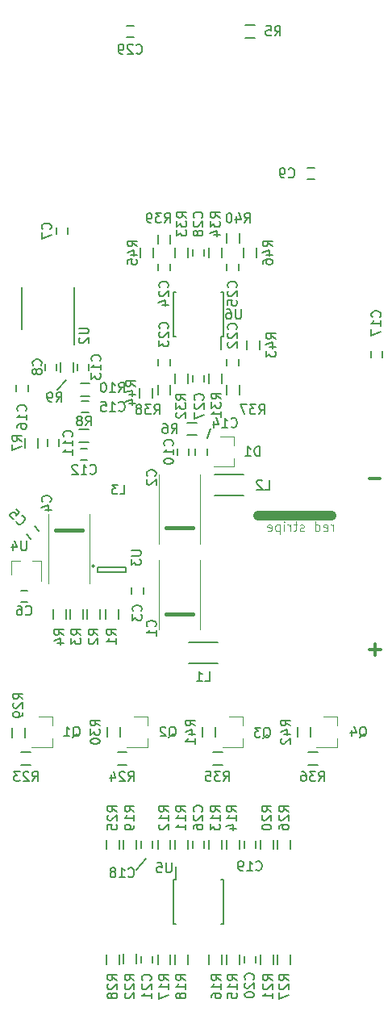
<source format=gbr>
G04 #@! TF.FileFunction,Legend,Bot*
%FSLAX46Y46*%
G04 Gerber Fmt 4.6, Leading zero omitted, Abs format (unit mm)*
G04 Created by KiCad (PCBNEW 4.0.6) date 2018 February 05, Monday 13:52:32*
%MOMM*%
%LPD*%
G01*
G04 APERTURE LIST*
%ADD10C,0.100000*%
%ADD11C,0.300000*%
%ADD12C,0.120000*%
%ADD13C,1.000000*%
%ADD14C,0.150000*%
%ADD15C,0.450000*%
G04 APERTURE END LIST*
D10*
D11*
X39121428Y-69457143D02*
X37978571Y-69457143D01*
X38550000Y-70028571D02*
X38550000Y-68885714D01*
X39071428Y-51507143D02*
X37928571Y-51507143D01*
D12*
X34152382Y-57027381D02*
X34152382Y-56360714D01*
X34152382Y-56551190D02*
X34104763Y-56455952D01*
X34057144Y-56408333D01*
X33961906Y-56360714D01*
X33866667Y-56360714D01*
X33152381Y-56979762D02*
X33247619Y-57027381D01*
X33438096Y-57027381D01*
X33533334Y-56979762D01*
X33580953Y-56884524D01*
X33580953Y-56503571D01*
X33533334Y-56408333D01*
X33438096Y-56360714D01*
X33247619Y-56360714D01*
X33152381Y-56408333D01*
X33104762Y-56503571D01*
X33104762Y-56598810D01*
X33580953Y-56694048D01*
X32247619Y-57027381D02*
X32247619Y-56027381D01*
X32247619Y-56979762D02*
X32342857Y-57027381D01*
X32533334Y-57027381D01*
X32628572Y-56979762D01*
X32676191Y-56932143D01*
X32723810Y-56836905D01*
X32723810Y-56551190D01*
X32676191Y-56455952D01*
X32628572Y-56408333D01*
X32533334Y-56360714D01*
X32342857Y-56360714D01*
X32247619Y-56408333D01*
X31057143Y-56979762D02*
X30961905Y-57027381D01*
X30771429Y-57027381D01*
X30676190Y-56979762D01*
X30628571Y-56884524D01*
X30628571Y-56836905D01*
X30676190Y-56741667D01*
X30771429Y-56694048D01*
X30914286Y-56694048D01*
X31009524Y-56646429D01*
X31057143Y-56551190D01*
X31057143Y-56503571D01*
X31009524Y-56408333D01*
X30914286Y-56360714D01*
X30771429Y-56360714D01*
X30676190Y-56408333D01*
X30342857Y-56360714D02*
X29961905Y-56360714D01*
X30200000Y-56027381D02*
X30200000Y-56884524D01*
X30152381Y-56979762D01*
X30057143Y-57027381D01*
X29961905Y-57027381D01*
X29628571Y-57027381D02*
X29628571Y-56360714D01*
X29628571Y-56551190D02*
X29580952Y-56455952D01*
X29533333Y-56408333D01*
X29438095Y-56360714D01*
X29342856Y-56360714D01*
X29009523Y-57027381D02*
X29009523Y-56360714D01*
X29009523Y-56027381D02*
X29057142Y-56075000D01*
X29009523Y-56122619D01*
X28961904Y-56075000D01*
X29009523Y-56027381D01*
X29009523Y-56122619D01*
X28533333Y-56360714D02*
X28533333Y-57360714D01*
X28533333Y-56408333D02*
X28438095Y-56360714D01*
X28247618Y-56360714D01*
X28152380Y-56408333D01*
X28104761Y-56455952D01*
X28057142Y-56551190D01*
X28057142Y-56836905D01*
X28104761Y-56932143D01*
X28152380Y-56979762D01*
X28247618Y-57027381D01*
X28438095Y-57027381D01*
X28533333Y-56979762D01*
X27247618Y-56979762D02*
X27342856Y-57027381D01*
X27533333Y-57027381D01*
X27628571Y-56979762D01*
X27676190Y-56884524D01*
X27676190Y-56503571D01*
X27628571Y-56408333D01*
X27533333Y-56360714D01*
X27342856Y-56360714D01*
X27247618Y-56408333D01*
X27199999Y-56503571D01*
X27199999Y-56598810D01*
X27676190Y-56694048D01*
D13*
X26300000Y-55400000D02*
X33950000Y-55400000D01*
D14*
X6100000Y-41200000D02*
X5200000Y-42200000D01*
X21300000Y-46300000D02*
X20900000Y-47300000D01*
X14500000Y-91400000D02*
X13500000Y-92600000D01*
X22625000Y-36625000D02*
X22400000Y-36625000D01*
X22625000Y-31975000D02*
X22400000Y-31975000D01*
X17375000Y-31975000D02*
X17600000Y-31975000D01*
X17375000Y-36625000D02*
X17600000Y-36625000D01*
X22625000Y-36625000D02*
X22625000Y-31975000D01*
X17375000Y-36625000D02*
X17375000Y-31975000D01*
X22400000Y-36625000D02*
X22400000Y-37975000D01*
D15*
X19400000Y-65700000D02*
X16600000Y-65700000D01*
D12*
X20150000Y-67350000D02*
X20150000Y-60050000D01*
X15850000Y-67350000D02*
X15850000Y-60050000D01*
D14*
X24900000Y-5275000D02*
X25900000Y-5275000D01*
X25900000Y-3925000D02*
X24900000Y-3925000D01*
X32150000Y-18900000D02*
X31450000Y-18900000D01*
X31450000Y-20100000D02*
X32150000Y-20100000D01*
X5100000Y-40150000D02*
X5100000Y-39450000D01*
X3900000Y-39450000D02*
X3900000Y-40150000D01*
X5100000Y-25150000D02*
X5100000Y-25850000D01*
X6300000Y-25850000D02*
X6300000Y-25150000D01*
D12*
X320000Y-60140000D02*
X1250000Y-60140000D01*
X3480000Y-60140000D02*
X2550000Y-60140000D01*
X3480000Y-60140000D02*
X3480000Y-62300000D01*
X320000Y-60140000D02*
X320000Y-61600000D01*
D14*
X9050000Y-60700000D02*
G75*
G03X9050000Y-60700000I-100000J0D01*
G01*
X9450000Y-61350000D02*
X9450000Y-60850000D01*
X12350000Y-61350000D02*
X9450000Y-61350000D01*
X12350000Y-60850000D02*
X12350000Y-61350000D01*
X9450000Y-60850000D02*
X12350000Y-60850000D01*
X4725000Y-65200000D02*
X4725000Y-66200000D01*
X6075000Y-66200000D02*
X6075000Y-65200000D01*
X7875000Y-66200000D02*
X7875000Y-65200000D01*
X6525000Y-65200000D02*
X6525000Y-66200000D01*
X8325000Y-65200000D02*
X8325000Y-66200000D01*
X9675000Y-66200000D02*
X9675000Y-65200000D01*
X10225000Y-65200000D02*
X10225000Y-66200000D01*
X11575000Y-66200000D02*
X11575000Y-65200000D01*
X2050000Y-63300000D02*
X1350000Y-63300000D01*
X1350000Y-64500000D02*
X2050000Y-64500000D01*
X1928249Y-57376777D02*
X2423223Y-57871751D01*
X3271751Y-57023223D02*
X2776777Y-56528249D01*
X14200000Y-63650000D02*
X14200000Y-62950000D01*
X13000000Y-62950000D02*
X13000000Y-63650000D01*
D15*
X5000000Y-56900000D02*
X7800000Y-56900000D01*
D12*
X4250000Y-55250000D02*
X4250000Y-62550000D01*
X8550000Y-55250000D02*
X8550000Y-62550000D01*
D15*
X19400000Y-56700000D02*
X16600000Y-56700000D01*
D12*
X20150000Y-58350000D02*
X20150000Y-51050000D01*
X15850000Y-58350000D02*
X15850000Y-51050000D01*
D14*
X19000000Y-70900000D02*
X22000000Y-70900000D01*
X19000000Y-68700000D02*
X22000000Y-68700000D01*
X24700000Y-51100000D02*
X21700000Y-51100000D01*
X24700000Y-53300000D02*
X21700000Y-53300000D01*
X19000000Y-49050000D02*
X19000000Y-48350000D01*
X17800000Y-48350000D02*
X17800000Y-49050000D01*
X5350000Y-48100000D02*
X5350000Y-47400000D01*
X4150000Y-47400000D02*
X4150000Y-48100000D01*
X7650000Y-49600000D02*
X8350000Y-49600000D01*
X8350000Y-48400000D02*
X7650000Y-48400000D01*
X8500000Y-40150000D02*
X8500000Y-39450000D01*
X7300000Y-39450000D02*
X7300000Y-40150000D01*
X20900000Y-49050000D02*
X20900000Y-48350000D01*
X19700000Y-48350000D02*
X19700000Y-49050000D01*
X8450000Y-43400000D02*
X7750000Y-43400000D01*
X7750000Y-44600000D02*
X8450000Y-44600000D01*
X900000Y-41650000D02*
X900000Y-42350000D01*
X2100000Y-42350000D02*
X2100000Y-41650000D01*
X39300000Y-38850000D02*
X39300000Y-38150000D01*
X38100000Y-38150000D02*
X38100000Y-38850000D01*
X14000000Y-89550000D02*
X14000000Y-90250000D01*
X15200000Y-90250000D02*
X15200000Y-89550000D01*
X24800000Y-89550000D02*
X24800000Y-90250000D01*
X26000000Y-90250000D02*
X26000000Y-89550000D01*
X26000000Y-102350000D02*
X26000000Y-101650000D01*
X24800000Y-101650000D02*
X24800000Y-102350000D01*
X15200000Y-102350000D02*
X15200000Y-101650000D01*
X14000000Y-101650000D02*
X14000000Y-102350000D01*
X23000000Y-38950000D02*
X23000000Y-39650000D01*
X24200000Y-39650000D02*
X24200000Y-38950000D01*
X15800000Y-38950000D02*
X15800000Y-39650000D01*
X17000000Y-39650000D02*
X17000000Y-38950000D01*
X17000000Y-29650000D02*
X17000000Y-28950000D01*
X15800000Y-28950000D02*
X15800000Y-29650000D01*
X24200000Y-29650000D02*
X24200000Y-28950000D01*
X23000000Y-28950000D02*
X23000000Y-29650000D01*
D12*
X23760000Y-47120000D02*
X23760000Y-48050000D01*
X23760000Y-50280000D02*
X23760000Y-49350000D01*
X23760000Y-50280000D02*
X21600000Y-50280000D01*
X23760000Y-47120000D02*
X22300000Y-47120000D01*
X4660000Y-76520000D02*
X4660000Y-77450000D01*
X4660000Y-79680000D02*
X4660000Y-78750000D01*
X4660000Y-79680000D02*
X2500000Y-79680000D01*
X4660000Y-76520000D02*
X3200000Y-76520000D01*
X14660000Y-76520000D02*
X14660000Y-77450000D01*
X14660000Y-79680000D02*
X14660000Y-78750000D01*
X14660000Y-79680000D02*
X12500000Y-79680000D01*
X14660000Y-76520000D02*
X13200000Y-76520000D01*
X24660000Y-76520000D02*
X24660000Y-77450000D01*
X24660000Y-79680000D02*
X24660000Y-78750000D01*
X24660000Y-79680000D02*
X22500000Y-79680000D01*
X24660000Y-76520000D02*
X23200000Y-76520000D01*
X34560000Y-76520000D02*
X34560000Y-77450000D01*
X34560000Y-79680000D02*
X34560000Y-78750000D01*
X34560000Y-79680000D02*
X32400000Y-79680000D01*
X34560000Y-76520000D02*
X33100000Y-76520000D01*
D14*
X18800000Y-46975000D02*
X19800000Y-46975000D01*
X19800000Y-45625000D02*
X18800000Y-45625000D01*
X3175000Y-48250000D02*
X3175000Y-47250000D01*
X1825000Y-47250000D02*
X1825000Y-48250000D01*
X7500000Y-47675000D02*
X8500000Y-47675000D01*
X8500000Y-46325000D02*
X7500000Y-46325000D01*
X5525000Y-39300000D02*
X5525000Y-40300000D01*
X6875000Y-40300000D02*
X6875000Y-39300000D01*
X7600000Y-42875000D02*
X8600000Y-42875000D01*
X8600000Y-41525000D02*
X7600000Y-41525000D01*
X18875000Y-90400000D02*
X18875000Y-89400000D01*
X17525000Y-89400000D02*
X17525000Y-90400000D01*
X17075000Y-90400000D02*
X17075000Y-89400000D01*
X15725000Y-89400000D02*
X15725000Y-90400000D01*
X22475000Y-90400000D02*
X22475000Y-89400000D01*
X21125000Y-89400000D02*
X21125000Y-90400000D01*
X24275000Y-90400000D02*
X24275000Y-89400000D01*
X22925000Y-89400000D02*
X22925000Y-90400000D01*
X22925000Y-101500000D02*
X22925000Y-102500000D01*
X24275000Y-102500000D02*
X24275000Y-101500000D01*
X21125000Y-101500000D02*
X21125000Y-102500000D01*
X22475000Y-102500000D02*
X22475000Y-101500000D01*
X15725000Y-101500000D02*
X15725000Y-102500000D01*
X17075000Y-102500000D02*
X17075000Y-101500000D01*
X17525000Y-101500000D02*
X17525000Y-102500000D01*
X18875000Y-102500000D02*
X18875000Y-101500000D01*
X12125000Y-89400000D02*
X12125000Y-90400000D01*
X13475000Y-90400000D02*
X13475000Y-89400000D01*
X26525000Y-89400000D02*
X26525000Y-90400000D01*
X27875000Y-90400000D02*
X27875000Y-89400000D01*
X27875000Y-102500000D02*
X27875000Y-101500000D01*
X26525000Y-101500000D02*
X26525000Y-102500000D01*
X13475000Y-102400000D02*
X13475000Y-101400000D01*
X12125000Y-101400000D02*
X12125000Y-102400000D01*
X2400000Y-80225000D02*
X1400000Y-80225000D01*
X1400000Y-81575000D02*
X2400000Y-81575000D01*
X12500000Y-80225000D02*
X11500000Y-80225000D01*
X11500000Y-81575000D02*
X12500000Y-81575000D01*
X11675000Y-90400000D02*
X11675000Y-89400000D01*
X10325000Y-89400000D02*
X10325000Y-90400000D01*
X29675000Y-90400000D02*
X29675000Y-89400000D01*
X28325000Y-89400000D02*
X28325000Y-90400000D01*
X28325000Y-101500000D02*
X28325000Y-102500000D01*
X29675000Y-102500000D02*
X29675000Y-101500000D01*
X10325000Y-101500000D02*
X10325000Y-102500000D01*
X11675000Y-102500000D02*
X11675000Y-101500000D01*
X1775000Y-78700000D02*
X1775000Y-77700000D01*
X425000Y-77700000D02*
X425000Y-78700000D01*
X11775000Y-78600000D02*
X11775000Y-77600000D01*
X10425000Y-77600000D02*
X10425000Y-78600000D01*
X21125000Y-40500000D02*
X21125000Y-41500000D01*
X22475000Y-41500000D02*
X22475000Y-40500000D01*
X17525000Y-40500000D02*
X17525000Y-41500000D01*
X18875000Y-41500000D02*
X18875000Y-40500000D01*
X18875000Y-28300000D02*
X18875000Y-27300000D01*
X17525000Y-27300000D02*
X17525000Y-28300000D01*
X22475000Y-28300000D02*
X22475000Y-27300000D01*
X21125000Y-27300000D02*
X21125000Y-28300000D01*
X22500000Y-80225000D02*
X21500000Y-80225000D01*
X21500000Y-81575000D02*
X22500000Y-81575000D01*
X32500000Y-80225000D02*
X31500000Y-80225000D01*
X31500000Y-81575000D02*
X32500000Y-81575000D01*
X24275000Y-42700000D02*
X24275000Y-41700000D01*
X22925000Y-41700000D02*
X22925000Y-42700000D01*
X17075000Y-42700000D02*
X17075000Y-41700000D01*
X15725000Y-41700000D02*
X15725000Y-42700000D01*
X15725000Y-25900000D02*
X15725000Y-26900000D01*
X17075000Y-26900000D02*
X17075000Y-25900000D01*
X22925000Y-25800000D02*
X22925000Y-26800000D01*
X24275000Y-26800000D02*
X24275000Y-25800000D01*
X21775000Y-78600000D02*
X21775000Y-77600000D01*
X20425000Y-77600000D02*
X20425000Y-78600000D01*
X31775000Y-78600000D02*
X31775000Y-77600000D01*
X30425000Y-77600000D02*
X30425000Y-78600000D01*
X26425000Y-38000000D02*
X26425000Y-37000000D01*
X25075000Y-37000000D02*
X25075000Y-38000000D01*
X15175000Y-43000000D02*
X15175000Y-42000000D01*
X13825000Y-42000000D02*
X13825000Y-43000000D01*
X13925000Y-27300000D02*
X13925000Y-28300000D01*
X15275000Y-28300000D02*
X15275000Y-27300000D01*
X24725000Y-27300000D02*
X24725000Y-28300000D01*
X26075000Y-28300000D02*
X26075000Y-27300000D01*
X17375000Y-93575000D02*
X17600000Y-93575000D01*
X17375000Y-98225000D02*
X17600000Y-98225000D01*
X22625000Y-98225000D02*
X22400000Y-98225000D01*
X22625000Y-93575000D02*
X22400000Y-93575000D01*
X17375000Y-93575000D02*
X17375000Y-98225000D01*
X22625000Y-93575000D02*
X22625000Y-98225000D01*
X17600000Y-93575000D02*
X17600000Y-92225000D01*
X19400000Y-89550000D02*
X19400000Y-90250000D01*
X20600000Y-90250000D02*
X20600000Y-89550000D01*
X20600000Y-41350000D02*
X20600000Y-40650000D01*
X19400000Y-40650000D02*
X19400000Y-41350000D01*
X20600000Y-28150000D02*
X20600000Y-27450000D01*
X19400000Y-27450000D02*
X19400000Y-28150000D01*
X1450000Y-35875000D02*
X1450000Y-31475000D01*
X6975000Y-37450000D02*
X6975000Y-31475000D01*
X12500000Y-5200000D02*
X13200000Y-5200000D01*
X13200000Y-4000000D02*
X12500000Y-4000000D01*
X24461905Y-33752381D02*
X24461905Y-34561905D01*
X24414286Y-34657143D01*
X24366667Y-34704762D01*
X24271429Y-34752381D01*
X24080952Y-34752381D01*
X23985714Y-34704762D01*
X23938095Y-34657143D01*
X23890476Y-34561905D01*
X23890476Y-33752381D01*
X22985714Y-33752381D02*
X23176191Y-33752381D01*
X23271429Y-33800000D01*
X23319048Y-33847619D01*
X23414286Y-33990476D01*
X23461905Y-34180952D01*
X23461905Y-34561905D01*
X23414286Y-34657143D01*
X23366667Y-34704762D01*
X23271429Y-34752381D01*
X23080952Y-34752381D01*
X22985714Y-34704762D01*
X22938095Y-34657143D01*
X22890476Y-34561905D01*
X22890476Y-34323810D01*
X22938095Y-34228571D01*
X22985714Y-34180952D01*
X23080952Y-34133333D01*
X23271429Y-34133333D01*
X23366667Y-34180952D01*
X23414286Y-34228571D01*
X23461905Y-34323810D01*
X15457143Y-67033334D02*
X15504762Y-66985715D01*
X15552381Y-66842858D01*
X15552381Y-66747620D01*
X15504762Y-66604762D01*
X15409524Y-66509524D01*
X15314286Y-66461905D01*
X15123810Y-66414286D01*
X14980952Y-66414286D01*
X14790476Y-66461905D01*
X14695238Y-66509524D01*
X14600000Y-66604762D01*
X14552381Y-66747620D01*
X14552381Y-66842858D01*
X14600000Y-66985715D01*
X14647619Y-67033334D01*
X15552381Y-67985715D02*
X15552381Y-67414286D01*
X15552381Y-67700000D02*
X14552381Y-67700000D01*
X14695238Y-67604762D01*
X14790476Y-67509524D01*
X14838095Y-67414286D01*
X28016666Y-5052381D02*
X28350000Y-4576190D01*
X28588095Y-5052381D02*
X28588095Y-4052381D01*
X28207142Y-4052381D01*
X28111904Y-4100000D01*
X28064285Y-4147619D01*
X28016666Y-4242857D01*
X28016666Y-4385714D01*
X28064285Y-4480952D01*
X28111904Y-4528571D01*
X28207142Y-4576190D01*
X28588095Y-4576190D01*
X27111904Y-4052381D02*
X27588095Y-4052381D01*
X27635714Y-4528571D01*
X27588095Y-4480952D01*
X27492857Y-4433333D01*
X27254761Y-4433333D01*
X27159523Y-4480952D01*
X27111904Y-4528571D01*
X27064285Y-4623810D01*
X27064285Y-4861905D01*
X27111904Y-4957143D01*
X27159523Y-5004762D01*
X27254761Y-5052381D01*
X27492857Y-5052381D01*
X27588095Y-5004762D01*
X27635714Y-4957143D01*
X29466666Y-19857143D02*
X29514285Y-19904762D01*
X29657142Y-19952381D01*
X29752380Y-19952381D01*
X29895238Y-19904762D01*
X29990476Y-19809524D01*
X30038095Y-19714286D01*
X30085714Y-19523810D01*
X30085714Y-19380952D01*
X30038095Y-19190476D01*
X29990476Y-19095238D01*
X29895238Y-19000000D01*
X29752380Y-18952381D01*
X29657142Y-18952381D01*
X29514285Y-19000000D01*
X29466666Y-19047619D01*
X28990476Y-19952381D02*
X28800000Y-19952381D01*
X28704761Y-19904762D01*
X28657142Y-19857143D01*
X28561904Y-19714286D01*
X28514285Y-19523810D01*
X28514285Y-19142857D01*
X28561904Y-19047619D01*
X28609523Y-19000000D01*
X28704761Y-18952381D01*
X28895238Y-18952381D01*
X28990476Y-19000000D01*
X29038095Y-19047619D01*
X29085714Y-19142857D01*
X29085714Y-19380952D01*
X29038095Y-19476190D01*
X28990476Y-19523810D01*
X28895238Y-19571429D01*
X28704761Y-19571429D01*
X28609523Y-19523810D01*
X28561904Y-19476190D01*
X28514285Y-19380952D01*
X3457143Y-39633334D02*
X3504762Y-39585715D01*
X3552381Y-39442858D01*
X3552381Y-39347620D01*
X3504762Y-39204762D01*
X3409524Y-39109524D01*
X3314286Y-39061905D01*
X3123810Y-39014286D01*
X2980952Y-39014286D01*
X2790476Y-39061905D01*
X2695238Y-39109524D01*
X2600000Y-39204762D01*
X2552381Y-39347620D01*
X2552381Y-39442858D01*
X2600000Y-39585715D01*
X2647619Y-39633334D01*
X2980952Y-40204762D02*
X2933333Y-40109524D01*
X2885714Y-40061905D01*
X2790476Y-40014286D01*
X2742857Y-40014286D01*
X2647619Y-40061905D01*
X2600000Y-40109524D01*
X2552381Y-40204762D01*
X2552381Y-40395239D01*
X2600000Y-40490477D01*
X2647619Y-40538096D01*
X2742857Y-40585715D01*
X2790476Y-40585715D01*
X2885714Y-40538096D01*
X2933333Y-40490477D01*
X2980952Y-40395239D01*
X2980952Y-40204762D01*
X3028571Y-40109524D01*
X3076190Y-40061905D01*
X3171429Y-40014286D01*
X3361905Y-40014286D01*
X3457143Y-40061905D01*
X3504762Y-40109524D01*
X3552381Y-40204762D01*
X3552381Y-40395239D01*
X3504762Y-40490477D01*
X3457143Y-40538096D01*
X3361905Y-40585715D01*
X3171429Y-40585715D01*
X3076190Y-40538096D01*
X3028571Y-40490477D01*
X2980952Y-40395239D01*
X4457143Y-25333334D02*
X4504762Y-25285715D01*
X4552381Y-25142858D01*
X4552381Y-25047620D01*
X4504762Y-24904762D01*
X4409524Y-24809524D01*
X4314286Y-24761905D01*
X4123810Y-24714286D01*
X3980952Y-24714286D01*
X3790476Y-24761905D01*
X3695238Y-24809524D01*
X3600000Y-24904762D01*
X3552381Y-25047620D01*
X3552381Y-25142858D01*
X3600000Y-25285715D01*
X3647619Y-25333334D01*
X3552381Y-25666667D02*
X3552381Y-26333334D01*
X4552381Y-25904762D01*
X1961905Y-58052381D02*
X1961905Y-58861905D01*
X1914286Y-58957143D01*
X1866667Y-59004762D01*
X1771429Y-59052381D01*
X1580952Y-59052381D01*
X1485714Y-59004762D01*
X1438095Y-58957143D01*
X1390476Y-58861905D01*
X1390476Y-58052381D01*
X485714Y-58385714D02*
X485714Y-59052381D01*
X723810Y-58004762D02*
X961905Y-58719048D01*
X342857Y-58719048D01*
X12952381Y-59038095D02*
X13761905Y-59038095D01*
X13857143Y-59085714D01*
X13904762Y-59133333D01*
X13952381Y-59228571D01*
X13952381Y-59419048D01*
X13904762Y-59514286D01*
X13857143Y-59561905D01*
X13761905Y-59609524D01*
X12952381Y-59609524D01*
X12952381Y-59990476D02*
X12952381Y-60609524D01*
X13333333Y-60276190D01*
X13333333Y-60419048D01*
X13380952Y-60514286D01*
X13428571Y-60561905D01*
X13523810Y-60609524D01*
X13761905Y-60609524D01*
X13857143Y-60561905D01*
X13904762Y-60514286D01*
X13952381Y-60419048D01*
X13952381Y-60133333D01*
X13904762Y-60038095D01*
X13857143Y-59990476D01*
X5852381Y-67933334D02*
X5376190Y-67600000D01*
X5852381Y-67361905D02*
X4852381Y-67361905D01*
X4852381Y-67742858D01*
X4900000Y-67838096D01*
X4947619Y-67885715D01*
X5042857Y-67933334D01*
X5185714Y-67933334D01*
X5280952Y-67885715D01*
X5328571Y-67838096D01*
X5376190Y-67742858D01*
X5376190Y-67361905D01*
X5185714Y-68790477D02*
X5852381Y-68790477D01*
X4804762Y-68552381D02*
X5519048Y-68314286D01*
X5519048Y-68933334D01*
X7652381Y-67933334D02*
X7176190Y-67600000D01*
X7652381Y-67361905D02*
X6652381Y-67361905D01*
X6652381Y-67742858D01*
X6700000Y-67838096D01*
X6747619Y-67885715D01*
X6842857Y-67933334D01*
X6985714Y-67933334D01*
X7080952Y-67885715D01*
X7128571Y-67838096D01*
X7176190Y-67742858D01*
X7176190Y-67361905D01*
X6652381Y-68266667D02*
X6652381Y-68885715D01*
X7033333Y-68552381D01*
X7033333Y-68695239D01*
X7080952Y-68790477D01*
X7128571Y-68838096D01*
X7223810Y-68885715D01*
X7461905Y-68885715D01*
X7557143Y-68838096D01*
X7604762Y-68790477D01*
X7652381Y-68695239D01*
X7652381Y-68409524D01*
X7604762Y-68314286D01*
X7557143Y-68266667D01*
X9452381Y-67933334D02*
X8976190Y-67600000D01*
X9452381Y-67361905D02*
X8452381Y-67361905D01*
X8452381Y-67742858D01*
X8500000Y-67838096D01*
X8547619Y-67885715D01*
X8642857Y-67933334D01*
X8785714Y-67933334D01*
X8880952Y-67885715D01*
X8928571Y-67838096D01*
X8976190Y-67742858D01*
X8976190Y-67361905D01*
X8547619Y-68314286D02*
X8500000Y-68361905D01*
X8452381Y-68457143D01*
X8452381Y-68695239D01*
X8500000Y-68790477D01*
X8547619Y-68838096D01*
X8642857Y-68885715D01*
X8738095Y-68885715D01*
X8880952Y-68838096D01*
X9452381Y-68266667D01*
X9452381Y-68885715D01*
X11352381Y-67933334D02*
X10876190Y-67600000D01*
X11352381Y-67361905D02*
X10352381Y-67361905D01*
X10352381Y-67742858D01*
X10400000Y-67838096D01*
X10447619Y-67885715D01*
X10542857Y-67933334D01*
X10685714Y-67933334D01*
X10780952Y-67885715D01*
X10828571Y-67838096D01*
X10876190Y-67742858D01*
X10876190Y-67361905D01*
X11352381Y-68885715D02*
X11352381Y-68314286D01*
X11352381Y-68600000D02*
X10352381Y-68600000D01*
X10495238Y-68504762D01*
X10590476Y-68409524D01*
X10638095Y-68314286D01*
X1866666Y-65757143D02*
X1914285Y-65804762D01*
X2057142Y-65852381D01*
X2152380Y-65852381D01*
X2295238Y-65804762D01*
X2390476Y-65709524D01*
X2438095Y-65614286D01*
X2485714Y-65423810D01*
X2485714Y-65280952D01*
X2438095Y-65090476D01*
X2390476Y-64995238D01*
X2295238Y-64900000D01*
X2152380Y-64852381D01*
X2057142Y-64852381D01*
X1914285Y-64900000D01*
X1866666Y-64947619D01*
X1009523Y-64852381D02*
X1200000Y-64852381D01*
X1295238Y-64900000D01*
X1342857Y-64947619D01*
X1438095Y-65090476D01*
X1485714Y-65280952D01*
X1485714Y-65661905D01*
X1438095Y-65757143D01*
X1390476Y-65804762D01*
X1295238Y-65852381D01*
X1104761Y-65852381D01*
X1009523Y-65804762D01*
X961904Y-65757143D01*
X914285Y-65661905D01*
X914285Y-65423810D01*
X961904Y-65328571D01*
X1009523Y-65280952D01*
X1104761Y-65233333D01*
X1295238Y-65233333D01*
X1390476Y-65280952D01*
X1438095Y-65328571D01*
X1485714Y-65423810D01*
X865312Y-55970389D02*
X865312Y-56037732D01*
X932656Y-56172419D01*
X999999Y-56239763D01*
X1134687Y-56307107D01*
X1269374Y-56307107D01*
X1370389Y-56273435D01*
X1538747Y-56172420D01*
X1639763Y-56071404D01*
X1740778Y-55903045D01*
X1774450Y-55802030D01*
X1774450Y-55667343D01*
X1707106Y-55532656D01*
X1639763Y-55465312D01*
X1505076Y-55397969D01*
X1437732Y-55397969D01*
X865312Y-54690862D02*
X1202030Y-55027580D01*
X898985Y-55397969D01*
X898985Y-55330626D01*
X865313Y-55229610D01*
X696954Y-55061251D01*
X595939Y-55027579D01*
X528595Y-55027579D01*
X427579Y-55061252D01*
X259221Y-55229610D01*
X225549Y-55330626D01*
X225549Y-55397969D01*
X259221Y-55498984D01*
X427580Y-55667343D01*
X528595Y-55701015D01*
X595939Y-55701015D01*
X13957143Y-65433334D02*
X14004762Y-65385715D01*
X14052381Y-65242858D01*
X14052381Y-65147620D01*
X14004762Y-65004762D01*
X13909524Y-64909524D01*
X13814286Y-64861905D01*
X13623810Y-64814286D01*
X13480952Y-64814286D01*
X13290476Y-64861905D01*
X13195238Y-64909524D01*
X13100000Y-65004762D01*
X13052381Y-65147620D01*
X13052381Y-65242858D01*
X13100000Y-65385715D01*
X13147619Y-65433334D01*
X13052381Y-65766667D02*
X13052381Y-66385715D01*
X13433333Y-66052381D01*
X13433333Y-66195239D01*
X13480952Y-66290477D01*
X13528571Y-66338096D01*
X13623810Y-66385715D01*
X13861905Y-66385715D01*
X13957143Y-66338096D01*
X14004762Y-66290477D01*
X14052381Y-66195239D01*
X14052381Y-65909524D01*
X14004762Y-65814286D01*
X13957143Y-65766667D01*
X4457143Y-53933334D02*
X4504762Y-53885715D01*
X4552381Y-53742858D01*
X4552381Y-53647620D01*
X4504762Y-53504762D01*
X4409524Y-53409524D01*
X4314286Y-53361905D01*
X4123810Y-53314286D01*
X3980952Y-53314286D01*
X3790476Y-53361905D01*
X3695238Y-53409524D01*
X3600000Y-53504762D01*
X3552381Y-53647620D01*
X3552381Y-53742858D01*
X3600000Y-53885715D01*
X3647619Y-53933334D01*
X3885714Y-54790477D02*
X4552381Y-54790477D01*
X3504762Y-54552381D02*
X4219048Y-54314286D01*
X4219048Y-54933334D01*
X15457143Y-51233334D02*
X15504762Y-51185715D01*
X15552381Y-51042858D01*
X15552381Y-50947620D01*
X15504762Y-50804762D01*
X15409524Y-50709524D01*
X15314286Y-50661905D01*
X15123810Y-50614286D01*
X14980952Y-50614286D01*
X14790476Y-50661905D01*
X14695238Y-50709524D01*
X14600000Y-50804762D01*
X14552381Y-50947620D01*
X14552381Y-51042858D01*
X14600000Y-51185715D01*
X14647619Y-51233334D01*
X14647619Y-51614286D02*
X14600000Y-51661905D01*
X14552381Y-51757143D01*
X14552381Y-51995239D01*
X14600000Y-52090477D01*
X14647619Y-52138096D01*
X14742857Y-52185715D01*
X14838095Y-52185715D01*
X14980952Y-52138096D01*
X15552381Y-51566667D01*
X15552381Y-52185715D01*
X11766666Y-53152381D02*
X12242857Y-53152381D01*
X12242857Y-52152381D01*
X11528571Y-52152381D02*
X10909523Y-52152381D01*
X11242857Y-52533333D01*
X11099999Y-52533333D01*
X11004761Y-52580952D01*
X10957142Y-52628571D01*
X10909523Y-52723810D01*
X10909523Y-52961905D01*
X10957142Y-53057143D01*
X11004761Y-53104762D01*
X11099999Y-53152381D01*
X11385714Y-53152381D01*
X11480952Y-53104762D01*
X11528571Y-53057143D01*
X20666666Y-72752381D02*
X21142857Y-72752381D01*
X21142857Y-71752381D01*
X19809523Y-72752381D02*
X20380952Y-72752381D01*
X20095238Y-72752381D02*
X20095238Y-71752381D01*
X20190476Y-71895238D01*
X20285714Y-71990476D01*
X20380952Y-72038095D01*
X26966666Y-52652381D02*
X27442857Y-52652381D01*
X27442857Y-51652381D01*
X26680952Y-51747619D02*
X26633333Y-51700000D01*
X26538095Y-51652381D01*
X26299999Y-51652381D01*
X26204761Y-51700000D01*
X26157142Y-51747619D01*
X26109523Y-51842857D01*
X26109523Y-51938095D01*
X26157142Y-52080952D01*
X26728571Y-52652381D01*
X26109523Y-52652381D01*
X17257143Y-48057143D02*
X17304762Y-48009524D01*
X17352381Y-47866667D01*
X17352381Y-47771429D01*
X17304762Y-47628571D01*
X17209524Y-47533333D01*
X17114286Y-47485714D01*
X16923810Y-47438095D01*
X16780952Y-47438095D01*
X16590476Y-47485714D01*
X16495238Y-47533333D01*
X16400000Y-47628571D01*
X16352381Y-47771429D01*
X16352381Y-47866667D01*
X16400000Y-48009524D01*
X16447619Y-48057143D01*
X17352381Y-49009524D02*
X17352381Y-48438095D01*
X17352381Y-48723809D02*
X16352381Y-48723809D01*
X16495238Y-48628571D01*
X16590476Y-48533333D01*
X16638095Y-48438095D01*
X16352381Y-49628571D02*
X16352381Y-49723810D01*
X16400000Y-49819048D01*
X16447619Y-49866667D01*
X16542857Y-49914286D01*
X16733333Y-49961905D01*
X16971429Y-49961905D01*
X17161905Y-49914286D01*
X17257143Y-49866667D01*
X17304762Y-49819048D01*
X17352381Y-49723810D01*
X17352381Y-49628571D01*
X17304762Y-49533333D01*
X17257143Y-49485714D01*
X17161905Y-49438095D01*
X16971429Y-49390476D01*
X16733333Y-49390476D01*
X16542857Y-49438095D01*
X16447619Y-49485714D01*
X16400000Y-49533333D01*
X16352381Y-49628571D01*
X6707143Y-47107143D02*
X6754762Y-47059524D01*
X6802381Y-46916667D01*
X6802381Y-46821429D01*
X6754762Y-46678571D01*
X6659524Y-46583333D01*
X6564286Y-46535714D01*
X6373810Y-46488095D01*
X6230952Y-46488095D01*
X6040476Y-46535714D01*
X5945238Y-46583333D01*
X5850000Y-46678571D01*
X5802381Y-46821429D01*
X5802381Y-46916667D01*
X5850000Y-47059524D01*
X5897619Y-47107143D01*
X6802381Y-48059524D02*
X6802381Y-47488095D01*
X6802381Y-47773809D02*
X5802381Y-47773809D01*
X5945238Y-47678571D01*
X6040476Y-47583333D01*
X6088095Y-47488095D01*
X6802381Y-49011905D02*
X6802381Y-48440476D01*
X6802381Y-48726190D02*
X5802381Y-48726190D01*
X5945238Y-48630952D01*
X6040476Y-48535714D01*
X6088095Y-48440476D01*
X8642857Y-50957143D02*
X8690476Y-51004762D01*
X8833333Y-51052381D01*
X8928571Y-51052381D01*
X9071429Y-51004762D01*
X9166667Y-50909524D01*
X9214286Y-50814286D01*
X9261905Y-50623810D01*
X9261905Y-50480952D01*
X9214286Y-50290476D01*
X9166667Y-50195238D01*
X9071429Y-50100000D01*
X8928571Y-50052381D01*
X8833333Y-50052381D01*
X8690476Y-50100000D01*
X8642857Y-50147619D01*
X7690476Y-51052381D02*
X8261905Y-51052381D01*
X7976191Y-51052381D02*
X7976191Y-50052381D01*
X8071429Y-50195238D01*
X8166667Y-50290476D01*
X8261905Y-50338095D01*
X7309524Y-50147619D02*
X7261905Y-50100000D01*
X7166667Y-50052381D01*
X6928571Y-50052381D01*
X6833333Y-50100000D01*
X6785714Y-50147619D01*
X6738095Y-50242857D01*
X6738095Y-50338095D01*
X6785714Y-50480952D01*
X7357143Y-51052381D01*
X6738095Y-51052381D01*
X9657143Y-39157143D02*
X9704762Y-39109524D01*
X9752381Y-38966667D01*
X9752381Y-38871429D01*
X9704762Y-38728571D01*
X9609524Y-38633333D01*
X9514286Y-38585714D01*
X9323810Y-38538095D01*
X9180952Y-38538095D01*
X8990476Y-38585714D01*
X8895238Y-38633333D01*
X8800000Y-38728571D01*
X8752381Y-38871429D01*
X8752381Y-38966667D01*
X8800000Y-39109524D01*
X8847619Y-39157143D01*
X9752381Y-40109524D02*
X9752381Y-39538095D01*
X9752381Y-39823809D02*
X8752381Y-39823809D01*
X8895238Y-39728571D01*
X8990476Y-39633333D01*
X9038095Y-39538095D01*
X8752381Y-40442857D02*
X8752381Y-41061905D01*
X9133333Y-40728571D01*
X9133333Y-40871429D01*
X9180952Y-40966667D01*
X9228571Y-41014286D01*
X9323810Y-41061905D01*
X9561905Y-41061905D01*
X9657143Y-41014286D01*
X9704762Y-40966667D01*
X9752381Y-40871429D01*
X9752381Y-40585714D01*
X9704762Y-40490476D01*
X9657143Y-40442857D01*
X23442857Y-46057143D02*
X23490476Y-46104762D01*
X23633333Y-46152381D01*
X23728571Y-46152381D01*
X23871429Y-46104762D01*
X23966667Y-46009524D01*
X24014286Y-45914286D01*
X24061905Y-45723810D01*
X24061905Y-45580952D01*
X24014286Y-45390476D01*
X23966667Y-45295238D01*
X23871429Y-45200000D01*
X23728571Y-45152381D01*
X23633333Y-45152381D01*
X23490476Y-45200000D01*
X23442857Y-45247619D01*
X22490476Y-46152381D02*
X23061905Y-46152381D01*
X22776191Y-46152381D02*
X22776191Y-45152381D01*
X22871429Y-45295238D01*
X22966667Y-45390476D01*
X23061905Y-45438095D01*
X21633333Y-45485714D02*
X21633333Y-46152381D01*
X21871429Y-45104762D02*
X22109524Y-45819048D01*
X21490476Y-45819048D01*
X11642857Y-44357143D02*
X11690476Y-44404762D01*
X11833333Y-44452381D01*
X11928571Y-44452381D01*
X12071429Y-44404762D01*
X12166667Y-44309524D01*
X12214286Y-44214286D01*
X12261905Y-44023810D01*
X12261905Y-43880952D01*
X12214286Y-43690476D01*
X12166667Y-43595238D01*
X12071429Y-43500000D01*
X11928571Y-43452381D01*
X11833333Y-43452381D01*
X11690476Y-43500000D01*
X11642857Y-43547619D01*
X10690476Y-44452381D02*
X11261905Y-44452381D01*
X10976191Y-44452381D02*
X10976191Y-43452381D01*
X11071429Y-43595238D01*
X11166667Y-43690476D01*
X11261905Y-43738095D01*
X9785714Y-43452381D02*
X10261905Y-43452381D01*
X10309524Y-43928571D01*
X10261905Y-43880952D01*
X10166667Y-43833333D01*
X9928571Y-43833333D01*
X9833333Y-43880952D01*
X9785714Y-43928571D01*
X9738095Y-44023810D01*
X9738095Y-44261905D01*
X9785714Y-44357143D01*
X9833333Y-44404762D01*
X9928571Y-44452381D01*
X10166667Y-44452381D01*
X10261905Y-44404762D01*
X10309524Y-44357143D01*
X1857143Y-44407143D02*
X1904762Y-44359524D01*
X1952381Y-44216667D01*
X1952381Y-44121429D01*
X1904762Y-43978571D01*
X1809524Y-43883333D01*
X1714286Y-43835714D01*
X1523810Y-43788095D01*
X1380952Y-43788095D01*
X1190476Y-43835714D01*
X1095238Y-43883333D01*
X1000000Y-43978571D01*
X952381Y-44121429D01*
X952381Y-44216667D01*
X1000000Y-44359524D01*
X1047619Y-44407143D01*
X1952381Y-45359524D02*
X1952381Y-44788095D01*
X1952381Y-45073809D02*
X952381Y-45073809D01*
X1095238Y-44978571D01*
X1190476Y-44883333D01*
X1238095Y-44788095D01*
X952381Y-46216667D02*
X952381Y-46026190D01*
X1000000Y-45930952D01*
X1047619Y-45883333D01*
X1190476Y-45788095D01*
X1380952Y-45740476D01*
X1761905Y-45740476D01*
X1857143Y-45788095D01*
X1904762Y-45835714D01*
X1952381Y-45930952D01*
X1952381Y-46121429D01*
X1904762Y-46216667D01*
X1857143Y-46264286D01*
X1761905Y-46311905D01*
X1523810Y-46311905D01*
X1428571Y-46264286D01*
X1380952Y-46216667D01*
X1333333Y-46121429D01*
X1333333Y-45930952D01*
X1380952Y-45835714D01*
X1428571Y-45788095D01*
X1523810Y-45740476D01*
X39057143Y-34557143D02*
X39104762Y-34509524D01*
X39152381Y-34366667D01*
X39152381Y-34271429D01*
X39104762Y-34128571D01*
X39009524Y-34033333D01*
X38914286Y-33985714D01*
X38723810Y-33938095D01*
X38580952Y-33938095D01*
X38390476Y-33985714D01*
X38295238Y-34033333D01*
X38200000Y-34128571D01*
X38152381Y-34271429D01*
X38152381Y-34366667D01*
X38200000Y-34509524D01*
X38247619Y-34557143D01*
X39152381Y-35509524D02*
X39152381Y-34938095D01*
X39152381Y-35223809D02*
X38152381Y-35223809D01*
X38295238Y-35128571D01*
X38390476Y-35033333D01*
X38438095Y-34938095D01*
X38152381Y-35842857D02*
X38152381Y-36509524D01*
X39152381Y-36080952D01*
X12642857Y-93257143D02*
X12690476Y-93304762D01*
X12833333Y-93352381D01*
X12928571Y-93352381D01*
X13071429Y-93304762D01*
X13166667Y-93209524D01*
X13214286Y-93114286D01*
X13261905Y-92923810D01*
X13261905Y-92780952D01*
X13214286Y-92590476D01*
X13166667Y-92495238D01*
X13071429Y-92400000D01*
X12928571Y-92352381D01*
X12833333Y-92352381D01*
X12690476Y-92400000D01*
X12642857Y-92447619D01*
X11690476Y-93352381D02*
X12261905Y-93352381D01*
X11976191Y-93352381D02*
X11976191Y-92352381D01*
X12071429Y-92495238D01*
X12166667Y-92590476D01*
X12261905Y-92638095D01*
X11119048Y-92780952D02*
X11214286Y-92733333D01*
X11261905Y-92685714D01*
X11309524Y-92590476D01*
X11309524Y-92542857D01*
X11261905Y-92447619D01*
X11214286Y-92400000D01*
X11119048Y-92352381D01*
X10928571Y-92352381D01*
X10833333Y-92400000D01*
X10785714Y-92447619D01*
X10738095Y-92542857D01*
X10738095Y-92590476D01*
X10785714Y-92685714D01*
X10833333Y-92733333D01*
X10928571Y-92780952D01*
X11119048Y-92780952D01*
X11214286Y-92828571D01*
X11261905Y-92876190D01*
X11309524Y-92971429D01*
X11309524Y-93161905D01*
X11261905Y-93257143D01*
X11214286Y-93304762D01*
X11119048Y-93352381D01*
X10928571Y-93352381D01*
X10833333Y-93304762D01*
X10785714Y-93257143D01*
X10738095Y-93161905D01*
X10738095Y-92971429D01*
X10785714Y-92876190D01*
X10833333Y-92828571D01*
X10928571Y-92780952D01*
X26042857Y-92557143D02*
X26090476Y-92604762D01*
X26233333Y-92652381D01*
X26328571Y-92652381D01*
X26471429Y-92604762D01*
X26566667Y-92509524D01*
X26614286Y-92414286D01*
X26661905Y-92223810D01*
X26661905Y-92080952D01*
X26614286Y-91890476D01*
X26566667Y-91795238D01*
X26471429Y-91700000D01*
X26328571Y-91652381D01*
X26233333Y-91652381D01*
X26090476Y-91700000D01*
X26042857Y-91747619D01*
X25090476Y-92652381D02*
X25661905Y-92652381D01*
X25376191Y-92652381D02*
X25376191Y-91652381D01*
X25471429Y-91795238D01*
X25566667Y-91890476D01*
X25661905Y-91938095D01*
X24614286Y-92652381D02*
X24423810Y-92652381D01*
X24328571Y-92604762D01*
X24280952Y-92557143D01*
X24185714Y-92414286D01*
X24138095Y-92223810D01*
X24138095Y-91842857D01*
X24185714Y-91747619D01*
X24233333Y-91700000D01*
X24328571Y-91652381D01*
X24519048Y-91652381D01*
X24614286Y-91700000D01*
X24661905Y-91747619D01*
X24709524Y-91842857D01*
X24709524Y-92080952D01*
X24661905Y-92176190D01*
X24614286Y-92223810D01*
X24519048Y-92271429D01*
X24328571Y-92271429D01*
X24233333Y-92223810D01*
X24185714Y-92176190D01*
X24138095Y-92080952D01*
X25757143Y-104057143D02*
X25804762Y-104009524D01*
X25852381Y-103866667D01*
X25852381Y-103771429D01*
X25804762Y-103628571D01*
X25709524Y-103533333D01*
X25614286Y-103485714D01*
X25423810Y-103438095D01*
X25280952Y-103438095D01*
X25090476Y-103485714D01*
X24995238Y-103533333D01*
X24900000Y-103628571D01*
X24852381Y-103771429D01*
X24852381Y-103866667D01*
X24900000Y-104009524D01*
X24947619Y-104057143D01*
X24947619Y-104438095D02*
X24900000Y-104485714D01*
X24852381Y-104580952D01*
X24852381Y-104819048D01*
X24900000Y-104914286D01*
X24947619Y-104961905D01*
X25042857Y-105009524D01*
X25138095Y-105009524D01*
X25280952Y-104961905D01*
X25852381Y-104390476D01*
X25852381Y-105009524D01*
X24852381Y-105628571D02*
X24852381Y-105723810D01*
X24900000Y-105819048D01*
X24947619Y-105866667D01*
X25042857Y-105914286D01*
X25233333Y-105961905D01*
X25471429Y-105961905D01*
X25661905Y-105914286D01*
X25757143Y-105866667D01*
X25804762Y-105819048D01*
X25852381Y-105723810D01*
X25852381Y-105628571D01*
X25804762Y-105533333D01*
X25757143Y-105485714D01*
X25661905Y-105438095D01*
X25471429Y-105390476D01*
X25233333Y-105390476D01*
X25042857Y-105438095D01*
X24947619Y-105485714D01*
X24900000Y-105533333D01*
X24852381Y-105628571D01*
X14957143Y-104157143D02*
X15004762Y-104109524D01*
X15052381Y-103966667D01*
X15052381Y-103871429D01*
X15004762Y-103728571D01*
X14909524Y-103633333D01*
X14814286Y-103585714D01*
X14623810Y-103538095D01*
X14480952Y-103538095D01*
X14290476Y-103585714D01*
X14195238Y-103633333D01*
X14100000Y-103728571D01*
X14052381Y-103871429D01*
X14052381Y-103966667D01*
X14100000Y-104109524D01*
X14147619Y-104157143D01*
X14147619Y-104538095D02*
X14100000Y-104585714D01*
X14052381Y-104680952D01*
X14052381Y-104919048D01*
X14100000Y-105014286D01*
X14147619Y-105061905D01*
X14242857Y-105109524D01*
X14338095Y-105109524D01*
X14480952Y-105061905D01*
X15052381Y-104490476D01*
X15052381Y-105109524D01*
X15052381Y-106061905D02*
X15052381Y-105490476D01*
X15052381Y-105776190D02*
X14052381Y-105776190D01*
X14195238Y-105680952D01*
X14290476Y-105585714D01*
X14338095Y-105490476D01*
X23957143Y-35857143D02*
X24004762Y-35809524D01*
X24052381Y-35666667D01*
X24052381Y-35571429D01*
X24004762Y-35428571D01*
X23909524Y-35333333D01*
X23814286Y-35285714D01*
X23623810Y-35238095D01*
X23480952Y-35238095D01*
X23290476Y-35285714D01*
X23195238Y-35333333D01*
X23100000Y-35428571D01*
X23052381Y-35571429D01*
X23052381Y-35666667D01*
X23100000Y-35809524D01*
X23147619Y-35857143D01*
X23147619Y-36238095D02*
X23100000Y-36285714D01*
X23052381Y-36380952D01*
X23052381Y-36619048D01*
X23100000Y-36714286D01*
X23147619Y-36761905D01*
X23242857Y-36809524D01*
X23338095Y-36809524D01*
X23480952Y-36761905D01*
X24052381Y-36190476D01*
X24052381Y-36809524D01*
X23147619Y-37190476D02*
X23100000Y-37238095D01*
X23052381Y-37333333D01*
X23052381Y-37571429D01*
X23100000Y-37666667D01*
X23147619Y-37714286D01*
X23242857Y-37761905D01*
X23338095Y-37761905D01*
X23480952Y-37714286D01*
X24052381Y-37142857D01*
X24052381Y-37761905D01*
X16757143Y-35757143D02*
X16804762Y-35709524D01*
X16852381Y-35566667D01*
X16852381Y-35471429D01*
X16804762Y-35328571D01*
X16709524Y-35233333D01*
X16614286Y-35185714D01*
X16423810Y-35138095D01*
X16280952Y-35138095D01*
X16090476Y-35185714D01*
X15995238Y-35233333D01*
X15900000Y-35328571D01*
X15852381Y-35471429D01*
X15852381Y-35566667D01*
X15900000Y-35709524D01*
X15947619Y-35757143D01*
X15947619Y-36138095D02*
X15900000Y-36185714D01*
X15852381Y-36280952D01*
X15852381Y-36519048D01*
X15900000Y-36614286D01*
X15947619Y-36661905D01*
X16042857Y-36709524D01*
X16138095Y-36709524D01*
X16280952Y-36661905D01*
X16852381Y-36090476D01*
X16852381Y-36709524D01*
X15852381Y-37042857D02*
X15852381Y-37661905D01*
X16233333Y-37328571D01*
X16233333Y-37471429D01*
X16280952Y-37566667D01*
X16328571Y-37614286D01*
X16423810Y-37661905D01*
X16661905Y-37661905D01*
X16757143Y-37614286D01*
X16804762Y-37566667D01*
X16852381Y-37471429D01*
X16852381Y-37185714D01*
X16804762Y-37090476D01*
X16757143Y-37042857D01*
X16757143Y-31457143D02*
X16804762Y-31409524D01*
X16852381Y-31266667D01*
X16852381Y-31171429D01*
X16804762Y-31028571D01*
X16709524Y-30933333D01*
X16614286Y-30885714D01*
X16423810Y-30838095D01*
X16280952Y-30838095D01*
X16090476Y-30885714D01*
X15995238Y-30933333D01*
X15900000Y-31028571D01*
X15852381Y-31171429D01*
X15852381Y-31266667D01*
X15900000Y-31409524D01*
X15947619Y-31457143D01*
X15947619Y-31838095D02*
X15900000Y-31885714D01*
X15852381Y-31980952D01*
X15852381Y-32219048D01*
X15900000Y-32314286D01*
X15947619Y-32361905D01*
X16042857Y-32409524D01*
X16138095Y-32409524D01*
X16280952Y-32361905D01*
X16852381Y-31790476D01*
X16852381Y-32409524D01*
X16185714Y-33266667D02*
X16852381Y-33266667D01*
X15804762Y-33028571D02*
X16519048Y-32790476D01*
X16519048Y-33409524D01*
X23957143Y-31457143D02*
X24004762Y-31409524D01*
X24052381Y-31266667D01*
X24052381Y-31171429D01*
X24004762Y-31028571D01*
X23909524Y-30933333D01*
X23814286Y-30885714D01*
X23623810Y-30838095D01*
X23480952Y-30838095D01*
X23290476Y-30885714D01*
X23195238Y-30933333D01*
X23100000Y-31028571D01*
X23052381Y-31171429D01*
X23052381Y-31266667D01*
X23100000Y-31409524D01*
X23147619Y-31457143D01*
X23147619Y-31838095D02*
X23100000Y-31885714D01*
X23052381Y-31980952D01*
X23052381Y-32219048D01*
X23100000Y-32314286D01*
X23147619Y-32361905D01*
X23242857Y-32409524D01*
X23338095Y-32409524D01*
X23480952Y-32361905D01*
X24052381Y-31790476D01*
X24052381Y-32409524D01*
X23052381Y-33314286D02*
X23052381Y-32838095D01*
X23528571Y-32790476D01*
X23480952Y-32838095D01*
X23433333Y-32933333D01*
X23433333Y-33171429D01*
X23480952Y-33266667D01*
X23528571Y-33314286D01*
X23623810Y-33361905D01*
X23861905Y-33361905D01*
X23957143Y-33314286D01*
X24004762Y-33266667D01*
X24052381Y-33171429D01*
X24052381Y-32933333D01*
X24004762Y-32838095D01*
X23957143Y-32790476D01*
X26438095Y-49152381D02*
X26438095Y-48152381D01*
X26200000Y-48152381D01*
X26057142Y-48200000D01*
X25961904Y-48295238D01*
X25914285Y-48390476D01*
X25866666Y-48580952D01*
X25866666Y-48723810D01*
X25914285Y-48914286D01*
X25961904Y-49009524D01*
X26057142Y-49104762D01*
X26200000Y-49152381D01*
X26438095Y-49152381D01*
X24914285Y-49152381D02*
X25485714Y-49152381D01*
X25200000Y-49152381D02*
X25200000Y-48152381D01*
X25295238Y-48295238D01*
X25390476Y-48390476D01*
X25485714Y-48438095D01*
X6795238Y-78647619D02*
X6890476Y-78600000D01*
X6985714Y-78504762D01*
X7128571Y-78361905D01*
X7223810Y-78314286D01*
X7319048Y-78314286D01*
X7271429Y-78552381D02*
X7366667Y-78504762D01*
X7461905Y-78409524D01*
X7509524Y-78219048D01*
X7509524Y-77885714D01*
X7461905Y-77695238D01*
X7366667Y-77600000D01*
X7271429Y-77552381D01*
X7080952Y-77552381D01*
X6985714Y-77600000D01*
X6890476Y-77695238D01*
X6842857Y-77885714D01*
X6842857Y-78219048D01*
X6890476Y-78409524D01*
X6985714Y-78504762D01*
X7080952Y-78552381D01*
X7271429Y-78552381D01*
X5890476Y-78552381D02*
X6461905Y-78552381D01*
X6176191Y-78552381D02*
X6176191Y-77552381D01*
X6271429Y-77695238D01*
X6366667Y-77790476D01*
X6461905Y-77838095D01*
X16895238Y-78647619D02*
X16990476Y-78600000D01*
X17085714Y-78504762D01*
X17228571Y-78361905D01*
X17323810Y-78314286D01*
X17419048Y-78314286D01*
X17371429Y-78552381D02*
X17466667Y-78504762D01*
X17561905Y-78409524D01*
X17609524Y-78219048D01*
X17609524Y-77885714D01*
X17561905Y-77695238D01*
X17466667Y-77600000D01*
X17371429Y-77552381D01*
X17180952Y-77552381D01*
X17085714Y-77600000D01*
X16990476Y-77695238D01*
X16942857Y-77885714D01*
X16942857Y-78219048D01*
X16990476Y-78409524D01*
X17085714Y-78504762D01*
X17180952Y-78552381D01*
X17371429Y-78552381D01*
X16561905Y-77647619D02*
X16514286Y-77600000D01*
X16419048Y-77552381D01*
X16180952Y-77552381D01*
X16085714Y-77600000D01*
X16038095Y-77647619D01*
X15990476Y-77742857D01*
X15990476Y-77838095D01*
X16038095Y-77980952D01*
X16609524Y-78552381D01*
X15990476Y-78552381D01*
X26795238Y-78747619D02*
X26890476Y-78700000D01*
X26985714Y-78604762D01*
X27128571Y-78461905D01*
X27223810Y-78414286D01*
X27319048Y-78414286D01*
X27271429Y-78652381D02*
X27366667Y-78604762D01*
X27461905Y-78509524D01*
X27509524Y-78319048D01*
X27509524Y-77985714D01*
X27461905Y-77795238D01*
X27366667Y-77700000D01*
X27271429Y-77652381D01*
X27080952Y-77652381D01*
X26985714Y-77700000D01*
X26890476Y-77795238D01*
X26842857Y-77985714D01*
X26842857Y-78319048D01*
X26890476Y-78509524D01*
X26985714Y-78604762D01*
X27080952Y-78652381D01*
X27271429Y-78652381D01*
X26509524Y-77652381D02*
X25890476Y-77652381D01*
X26223810Y-78033333D01*
X26080952Y-78033333D01*
X25985714Y-78080952D01*
X25938095Y-78128571D01*
X25890476Y-78223810D01*
X25890476Y-78461905D01*
X25938095Y-78557143D01*
X25985714Y-78604762D01*
X26080952Y-78652381D01*
X26366667Y-78652381D01*
X26461905Y-78604762D01*
X26509524Y-78557143D01*
X36895238Y-78647619D02*
X36990476Y-78600000D01*
X37085714Y-78504762D01*
X37228571Y-78361905D01*
X37323810Y-78314286D01*
X37419048Y-78314286D01*
X37371429Y-78552381D02*
X37466667Y-78504762D01*
X37561905Y-78409524D01*
X37609524Y-78219048D01*
X37609524Y-77885714D01*
X37561905Y-77695238D01*
X37466667Y-77600000D01*
X37371429Y-77552381D01*
X37180952Y-77552381D01*
X37085714Y-77600000D01*
X36990476Y-77695238D01*
X36942857Y-77885714D01*
X36942857Y-78219048D01*
X36990476Y-78409524D01*
X37085714Y-78504762D01*
X37180952Y-78552381D01*
X37371429Y-78552381D01*
X36085714Y-77885714D02*
X36085714Y-78552381D01*
X36323810Y-77504762D02*
X36561905Y-78219048D01*
X35942857Y-78219048D01*
X17166666Y-46752381D02*
X17500000Y-46276190D01*
X17738095Y-46752381D02*
X17738095Y-45752381D01*
X17357142Y-45752381D01*
X17261904Y-45800000D01*
X17214285Y-45847619D01*
X17166666Y-45942857D01*
X17166666Y-46085714D01*
X17214285Y-46180952D01*
X17261904Y-46228571D01*
X17357142Y-46276190D01*
X17738095Y-46276190D01*
X16309523Y-45752381D02*
X16500000Y-45752381D01*
X16595238Y-45800000D01*
X16642857Y-45847619D01*
X16738095Y-45990476D01*
X16785714Y-46180952D01*
X16785714Y-46561905D01*
X16738095Y-46657143D01*
X16690476Y-46704762D01*
X16595238Y-46752381D01*
X16404761Y-46752381D01*
X16309523Y-46704762D01*
X16261904Y-46657143D01*
X16214285Y-46561905D01*
X16214285Y-46323810D01*
X16261904Y-46228571D01*
X16309523Y-46180952D01*
X16404761Y-46133333D01*
X16595238Y-46133333D01*
X16690476Y-46180952D01*
X16738095Y-46228571D01*
X16785714Y-46323810D01*
X1452381Y-47583334D02*
X976190Y-47250000D01*
X1452381Y-47011905D02*
X452381Y-47011905D01*
X452381Y-47392858D01*
X500000Y-47488096D01*
X547619Y-47535715D01*
X642857Y-47583334D01*
X785714Y-47583334D01*
X880952Y-47535715D01*
X928571Y-47488096D01*
X976190Y-47392858D01*
X976190Y-47011905D01*
X452381Y-47916667D02*
X452381Y-48583334D01*
X1452381Y-48154762D01*
X8166666Y-45952381D02*
X8500000Y-45476190D01*
X8738095Y-45952381D02*
X8738095Y-44952381D01*
X8357142Y-44952381D01*
X8261904Y-45000000D01*
X8214285Y-45047619D01*
X8166666Y-45142857D01*
X8166666Y-45285714D01*
X8214285Y-45380952D01*
X8261904Y-45428571D01*
X8357142Y-45476190D01*
X8738095Y-45476190D01*
X7595238Y-45380952D02*
X7690476Y-45333333D01*
X7738095Y-45285714D01*
X7785714Y-45190476D01*
X7785714Y-45142857D01*
X7738095Y-45047619D01*
X7690476Y-45000000D01*
X7595238Y-44952381D01*
X7404761Y-44952381D01*
X7309523Y-45000000D01*
X7261904Y-45047619D01*
X7214285Y-45142857D01*
X7214285Y-45190476D01*
X7261904Y-45285714D01*
X7309523Y-45333333D01*
X7404761Y-45380952D01*
X7595238Y-45380952D01*
X7690476Y-45428571D01*
X7738095Y-45476190D01*
X7785714Y-45571429D01*
X7785714Y-45761905D01*
X7738095Y-45857143D01*
X7690476Y-45904762D01*
X7595238Y-45952381D01*
X7404761Y-45952381D01*
X7309523Y-45904762D01*
X7261904Y-45857143D01*
X7214285Y-45761905D01*
X7214285Y-45571429D01*
X7261904Y-45476190D01*
X7309523Y-45428571D01*
X7404761Y-45380952D01*
X5066666Y-43452381D02*
X5400000Y-42976190D01*
X5638095Y-43452381D02*
X5638095Y-42452381D01*
X5257142Y-42452381D01*
X5161904Y-42500000D01*
X5114285Y-42547619D01*
X5066666Y-42642857D01*
X5066666Y-42785714D01*
X5114285Y-42880952D01*
X5161904Y-42928571D01*
X5257142Y-42976190D01*
X5638095Y-42976190D01*
X4590476Y-43452381D02*
X4400000Y-43452381D01*
X4304761Y-43404762D01*
X4257142Y-43357143D01*
X4161904Y-43214286D01*
X4114285Y-43023810D01*
X4114285Y-42642857D01*
X4161904Y-42547619D01*
X4209523Y-42500000D01*
X4304761Y-42452381D01*
X4495238Y-42452381D01*
X4590476Y-42500000D01*
X4638095Y-42547619D01*
X4685714Y-42642857D01*
X4685714Y-42880952D01*
X4638095Y-42976190D01*
X4590476Y-43023810D01*
X4495238Y-43071429D01*
X4304761Y-43071429D01*
X4209523Y-43023810D01*
X4161904Y-42976190D01*
X4114285Y-42880952D01*
X11642857Y-42452381D02*
X11976191Y-41976190D01*
X12214286Y-42452381D02*
X12214286Y-41452381D01*
X11833333Y-41452381D01*
X11738095Y-41500000D01*
X11690476Y-41547619D01*
X11642857Y-41642857D01*
X11642857Y-41785714D01*
X11690476Y-41880952D01*
X11738095Y-41928571D01*
X11833333Y-41976190D01*
X12214286Y-41976190D01*
X10690476Y-42452381D02*
X11261905Y-42452381D01*
X10976191Y-42452381D02*
X10976191Y-41452381D01*
X11071429Y-41595238D01*
X11166667Y-41690476D01*
X11261905Y-41738095D01*
X10071429Y-41452381D02*
X9976190Y-41452381D01*
X9880952Y-41500000D01*
X9833333Y-41547619D01*
X9785714Y-41642857D01*
X9738095Y-41833333D01*
X9738095Y-42071429D01*
X9785714Y-42261905D01*
X9833333Y-42357143D01*
X9880952Y-42404762D01*
X9976190Y-42452381D01*
X10071429Y-42452381D01*
X10166667Y-42404762D01*
X10214286Y-42357143D01*
X10261905Y-42261905D01*
X10309524Y-42071429D01*
X10309524Y-41833333D01*
X10261905Y-41642857D01*
X10214286Y-41547619D01*
X10166667Y-41500000D01*
X10071429Y-41452381D01*
X18652381Y-86457143D02*
X18176190Y-86123809D01*
X18652381Y-85885714D02*
X17652381Y-85885714D01*
X17652381Y-86266667D01*
X17700000Y-86361905D01*
X17747619Y-86409524D01*
X17842857Y-86457143D01*
X17985714Y-86457143D01*
X18080952Y-86409524D01*
X18128571Y-86361905D01*
X18176190Y-86266667D01*
X18176190Y-85885714D01*
X18652381Y-87409524D02*
X18652381Y-86838095D01*
X18652381Y-87123809D02*
X17652381Y-87123809D01*
X17795238Y-87028571D01*
X17890476Y-86933333D01*
X17938095Y-86838095D01*
X18652381Y-88361905D02*
X18652381Y-87790476D01*
X18652381Y-88076190D02*
X17652381Y-88076190D01*
X17795238Y-87980952D01*
X17890476Y-87885714D01*
X17938095Y-87790476D01*
X16852381Y-86457143D02*
X16376190Y-86123809D01*
X16852381Y-85885714D02*
X15852381Y-85885714D01*
X15852381Y-86266667D01*
X15900000Y-86361905D01*
X15947619Y-86409524D01*
X16042857Y-86457143D01*
X16185714Y-86457143D01*
X16280952Y-86409524D01*
X16328571Y-86361905D01*
X16376190Y-86266667D01*
X16376190Y-85885714D01*
X16852381Y-87409524D02*
X16852381Y-86838095D01*
X16852381Y-87123809D02*
X15852381Y-87123809D01*
X15995238Y-87028571D01*
X16090476Y-86933333D01*
X16138095Y-86838095D01*
X15947619Y-87790476D02*
X15900000Y-87838095D01*
X15852381Y-87933333D01*
X15852381Y-88171429D01*
X15900000Y-88266667D01*
X15947619Y-88314286D01*
X16042857Y-88361905D01*
X16138095Y-88361905D01*
X16280952Y-88314286D01*
X16852381Y-87742857D01*
X16852381Y-88361905D01*
X22252381Y-86457143D02*
X21776190Y-86123809D01*
X22252381Y-85885714D02*
X21252381Y-85885714D01*
X21252381Y-86266667D01*
X21300000Y-86361905D01*
X21347619Y-86409524D01*
X21442857Y-86457143D01*
X21585714Y-86457143D01*
X21680952Y-86409524D01*
X21728571Y-86361905D01*
X21776190Y-86266667D01*
X21776190Y-85885714D01*
X22252381Y-87409524D02*
X22252381Y-86838095D01*
X22252381Y-87123809D02*
X21252381Y-87123809D01*
X21395238Y-87028571D01*
X21490476Y-86933333D01*
X21538095Y-86838095D01*
X21252381Y-87742857D02*
X21252381Y-88361905D01*
X21633333Y-88028571D01*
X21633333Y-88171429D01*
X21680952Y-88266667D01*
X21728571Y-88314286D01*
X21823810Y-88361905D01*
X22061905Y-88361905D01*
X22157143Y-88314286D01*
X22204762Y-88266667D01*
X22252381Y-88171429D01*
X22252381Y-87885714D01*
X22204762Y-87790476D01*
X22157143Y-87742857D01*
X23952381Y-86457143D02*
X23476190Y-86123809D01*
X23952381Y-85885714D02*
X22952381Y-85885714D01*
X22952381Y-86266667D01*
X23000000Y-86361905D01*
X23047619Y-86409524D01*
X23142857Y-86457143D01*
X23285714Y-86457143D01*
X23380952Y-86409524D01*
X23428571Y-86361905D01*
X23476190Y-86266667D01*
X23476190Y-85885714D01*
X23952381Y-87409524D02*
X23952381Y-86838095D01*
X23952381Y-87123809D02*
X22952381Y-87123809D01*
X23095238Y-87028571D01*
X23190476Y-86933333D01*
X23238095Y-86838095D01*
X23285714Y-88266667D02*
X23952381Y-88266667D01*
X22904762Y-88028571D02*
X23619048Y-87790476D01*
X23619048Y-88409524D01*
X24052381Y-104157143D02*
X23576190Y-103823809D01*
X24052381Y-103585714D02*
X23052381Y-103585714D01*
X23052381Y-103966667D01*
X23100000Y-104061905D01*
X23147619Y-104109524D01*
X23242857Y-104157143D01*
X23385714Y-104157143D01*
X23480952Y-104109524D01*
X23528571Y-104061905D01*
X23576190Y-103966667D01*
X23576190Y-103585714D01*
X24052381Y-105109524D02*
X24052381Y-104538095D01*
X24052381Y-104823809D02*
X23052381Y-104823809D01*
X23195238Y-104728571D01*
X23290476Y-104633333D01*
X23338095Y-104538095D01*
X23052381Y-106014286D02*
X23052381Y-105538095D01*
X23528571Y-105490476D01*
X23480952Y-105538095D01*
X23433333Y-105633333D01*
X23433333Y-105871429D01*
X23480952Y-105966667D01*
X23528571Y-106014286D01*
X23623810Y-106061905D01*
X23861905Y-106061905D01*
X23957143Y-106014286D01*
X24004762Y-105966667D01*
X24052381Y-105871429D01*
X24052381Y-105633333D01*
X24004762Y-105538095D01*
X23957143Y-105490476D01*
X22352381Y-104157143D02*
X21876190Y-103823809D01*
X22352381Y-103585714D02*
X21352381Y-103585714D01*
X21352381Y-103966667D01*
X21400000Y-104061905D01*
X21447619Y-104109524D01*
X21542857Y-104157143D01*
X21685714Y-104157143D01*
X21780952Y-104109524D01*
X21828571Y-104061905D01*
X21876190Y-103966667D01*
X21876190Y-103585714D01*
X22352381Y-105109524D02*
X22352381Y-104538095D01*
X22352381Y-104823809D02*
X21352381Y-104823809D01*
X21495238Y-104728571D01*
X21590476Y-104633333D01*
X21638095Y-104538095D01*
X21352381Y-105966667D02*
X21352381Y-105776190D01*
X21400000Y-105680952D01*
X21447619Y-105633333D01*
X21590476Y-105538095D01*
X21780952Y-105490476D01*
X22161905Y-105490476D01*
X22257143Y-105538095D01*
X22304762Y-105585714D01*
X22352381Y-105680952D01*
X22352381Y-105871429D01*
X22304762Y-105966667D01*
X22257143Y-106014286D01*
X22161905Y-106061905D01*
X21923810Y-106061905D01*
X21828571Y-106014286D01*
X21780952Y-105966667D01*
X21733333Y-105871429D01*
X21733333Y-105680952D01*
X21780952Y-105585714D01*
X21828571Y-105538095D01*
X21923810Y-105490476D01*
X16852381Y-104157143D02*
X16376190Y-103823809D01*
X16852381Y-103585714D02*
X15852381Y-103585714D01*
X15852381Y-103966667D01*
X15900000Y-104061905D01*
X15947619Y-104109524D01*
X16042857Y-104157143D01*
X16185714Y-104157143D01*
X16280952Y-104109524D01*
X16328571Y-104061905D01*
X16376190Y-103966667D01*
X16376190Y-103585714D01*
X16852381Y-105109524D02*
X16852381Y-104538095D01*
X16852381Y-104823809D02*
X15852381Y-104823809D01*
X15995238Y-104728571D01*
X16090476Y-104633333D01*
X16138095Y-104538095D01*
X15852381Y-105442857D02*
X15852381Y-106109524D01*
X16852381Y-105680952D01*
X18652381Y-104157143D02*
X18176190Y-103823809D01*
X18652381Y-103585714D02*
X17652381Y-103585714D01*
X17652381Y-103966667D01*
X17700000Y-104061905D01*
X17747619Y-104109524D01*
X17842857Y-104157143D01*
X17985714Y-104157143D01*
X18080952Y-104109524D01*
X18128571Y-104061905D01*
X18176190Y-103966667D01*
X18176190Y-103585714D01*
X18652381Y-105109524D02*
X18652381Y-104538095D01*
X18652381Y-104823809D02*
X17652381Y-104823809D01*
X17795238Y-104728571D01*
X17890476Y-104633333D01*
X17938095Y-104538095D01*
X18080952Y-105680952D02*
X18033333Y-105585714D01*
X17985714Y-105538095D01*
X17890476Y-105490476D01*
X17842857Y-105490476D01*
X17747619Y-105538095D01*
X17700000Y-105585714D01*
X17652381Y-105680952D01*
X17652381Y-105871429D01*
X17700000Y-105966667D01*
X17747619Y-106014286D01*
X17842857Y-106061905D01*
X17890476Y-106061905D01*
X17985714Y-106014286D01*
X18033333Y-105966667D01*
X18080952Y-105871429D01*
X18080952Y-105680952D01*
X18128571Y-105585714D01*
X18176190Y-105538095D01*
X18271429Y-105490476D01*
X18461905Y-105490476D01*
X18557143Y-105538095D01*
X18604762Y-105585714D01*
X18652381Y-105680952D01*
X18652381Y-105871429D01*
X18604762Y-105966667D01*
X18557143Y-106014286D01*
X18461905Y-106061905D01*
X18271429Y-106061905D01*
X18176190Y-106014286D01*
X18128571Y-105966667D01*
X18080952Y-105871429D01*
X13252381Y-86457143D02*
X12776190Y-86123809D01*
X13252381Y-85885714D02*
X12252381Y-85885714D01*
X12252381Y-86266667D01*
X12300000Y-86361905D01*
X12347619Y-86409524D01*
X12442857Y-86457143D01*
X12585714Y-86457143D01*
X12680952Y-86409524D01*
X12728571Y-86361905D01*
X12776190Y-86266667D01*
X12776190Y-85885714D01*
X13252381Y-87409524D02*
X13252381Y-86838095D01*
X13252381Y-87123809D02*
X12252381Y-87123809D01*
X12395238Y-87028571D01*
X12490476Y-86933333D01*
X12538095Y-86838095D01*
X13252381Y-87885714D02*
X13252381Y-88076190D01*
X13204762Y-88171429D01*
X13157143Y-88219048D01*
X13014286Y-88314286D01*
X12823810Y-88361905D01*
X12442857Y-88361905D01*
X12347619Y-88314286D01*
X12300000Y-88266667D01*
X12252381Y-88171429D01*
X12252381Y-87980952D01*
X12300000Y-87885714D01*
X12347619Y-87838095D01*
X12442857Y-87790476D01*
X12680952Y-87790476D01*
X12776190Y-87838095D01*
X12823810Y-87885714D01*
X12871429Y-87980952D01*
X12871429Y-88171429D01*
X12823810Y-88266667D01*
X12776190Y-88314286D01*
X12680952Y-88361905D01*
X27652381Y-86457143D02*
X27176190Y-86123809D01*
X27652381Y-85885714D02*
X26652381Y-85885714D01*
X26652381Y-86266667D01*
X26700000Y-86361905D01*
X26747619Y-86409524D01*
X26842857Y-86457143D01*
X26985714Y-86457143D01*
X27080952Y-86409524D01*
X27128571Y-86361905D01*
X27176190Y-86266667D01*
X27176190Y-85885714D01*
X26747619Y-86838095D02*
X26700000Y-86885714D01*
X26652381Y-86980952D01*
X26652381Y-87219048D01*
X26700000Y-87314286D01*
X26747619Y-87361905D01*
X26842857Y-87409524D01*
X26938095Y-87409524D01*
X27080952Y-87361905D01*
X27652381Y-86790476D01*
X27652381Y-87409524D01*
X26652381Y-88028571D02*
X26652381Y-88123810D01*
X26700000Y-88219048D01*
X26747619Y-88266667D01*
X26842857Y-88314286D01*
X27033333Y-88361905D01*
X27271429Y-88361905D01*
X27461905Y-88314286D01*
X27557143Y-88266667D01*
X27604762Y-88219048D01*
X27652381Y-88123810D01*
X27652381Y-88028571D01*
X27604762Y-87933333D01*
X27557143Y-87885714D01*
X27461905Y-87838095D01*
X27271429Y-87790476D01*
X27033333Y-87790476D01*
X26842857Y-87838095D01*
X26747619Y-87885714D01*
X26700000Y-87933333D01*
X26652381Y-88028571D01*
X27752381Y-104157143D02*
X27276190Y-103823809D01*
X27752381Y-103585714D02*
X26752381Y-103585714D01*
X26752381Y-103966667D01*
X26800000Y-104061905D01*
X26847619Y-104109524D01*
X26942857Y-104157143D01*
X27085714Y-104157143D01*
X27180952Y-104109524D01*
X27228571Y-104061905D01*
X27276190Y-103966667D01*
X27276190Y-103585714D01*
X26847619Y-104538095D02*
X26800000Y-104585714D01*
X26752381Y-104680952D01*
X26752381Y-104919048D01*
X26800000Y-105014286D01*
X26847619Y-105061905D01*
X26942857Y-105109524D01*
X27038095Y-105109524D01*
X27180952Y-105061905D01*
X27752381Y-104490476D01*
X27752381Y-105109524D01*
X27752381Y-106061905D02*
X27752381Y-105490476D01*
X27752381Y-105776190D02*
X26752381Y-105776190D01*
X26895238Y-105680952D01*
X26990476Y-105585714D01*
X27038095Y-105490476D01*
X13252381Y-104157143D02*
X12776190Y-103823809D01*
X13252381Y-103585714D02*
X12252381Y-103585714D01*
X12252381Y-103966667D01*
X12300000Y-104061905D01*
X12347619Y-104109524D01*
X12442857Y-104157143D01*
X12585714Y-104157143D01*
X12680952Y-104109524D01*
X12728571Y-104061905D01*
X12776190Y-103966667D01*
X12776190Y-103585714D01*
X12347619Y-104538095D02*
X12300000Y-104585714D01*
X12252381Y-104680952D01*
X12252381Y-104919048D01*
X12300000Y-105014286D01*
X12347619Y-105061905D01*
X12442857Y-105109524D01*
X12538095Y-105109524D01*
X12680952Y-105061905D01*
X13252381Y-104490476D01*
X13252381Y-105109524D01*
X12347619Y-105490476D02*
X12300000Y-105538095D01*
X12252381Y-105633333D01*
X12252381Y-105871429D01*
X12300000Y-105966667D01*
X12347619Y-106014286D01*
X12442857Y-106061905D01*
X12538095Y-106061905D01*
X12680952Y-106014286D01*
X13252381Y-105442857D01*
X13252381Y-106061905D01*
X2542857Y-83252381D02*
X2876191Y-82776190D01*
X3114286Y-83252381D02*
X3114286Y-82252381D01*
X2733333Y-82252381D01*
X2638095Y-82300000D01*
X2590476Y-82347619D01*
X2542857Y-82442857D01*
X2542857Y-82585714D01*
X2590476Y-82680952D01*
X2638095Y-82728571D01*
X2733333Y-82776190D01*
X3114286Y-82776190D01*
X2161905Y-82347619D02*
X2114286Y-82300000D01*
X2019048Y-82252381D01*
X1780952Y-82252381D01*
X1685714Y-82300000D01*
X1638095Y-82347619D01*
X1590476Y-82442857D01*
X1590476Y-82538095D01*
X1638095Y-82680952D01*
X2209524Y-83252381D01*
X1590476Y-83252381D01*
X1257143Y-82252381D02*
X638095Y-82252381D01*
X971429Y-82633333D01*
X828571Y-82633333D01*
X733333Y-82680952D01*
X685714Y-82728571D01*
X638095Y-82823810D01*
X638095Y-83061905D01*
X685714Y-83157143D01*
X733333Y-83204762D01*
X828571Y-83252381D01*
X1114286Y-83252381D01*
X1209524Y-83204762D01*
X1257143Y-83157143D01*
X12642857Y-83252381D02*
X12976191Y-82776190D01*
X13214286Y-83252381D02*
X13214286Y-82252381D01*
X12833333Y-82252381D01*
X12738095Y-82300000D01*
X12690476Y-82347619D01*
X12642857Y-82442857D01*
X12642857Y-82585714D01*
X12690476Y-82680952D01*
X12738095Y-82728571D01*
X12833333Y-82776190D01*
X13214286Y-82776190D01*
X12261905Y-82347619D02*
X12214286Y-82300000D01*
X12119048Y-82252381D01*
X11880952Y-82252381D01*
X11785714Y-82300000D01*
X11738095Y-82347619D01*
X11690476Y-82442857D01*
X11690476Y-82538095D01*
X11738095Y-82680952D01*
X12309524Y-83252381D01*
X11690476Y-83252381D01*
X10833333Y-82585714D02*
X10833333Y-83252381D01*
X11071429Y-82204762D02*
X11309524Y-82919048D01*
X10690476Y-82919048D01*
X11452381Y-86457143D02*
X10976190Y-86123809D01*
X11452381Y-85885714D02*
X10452381Y-85885714D01*
X10452381Y-86266667D01*
X10500000Y-86361905D01*
X10547619Y-86409524D01*
X10642857Y-86457143D01*
X10785714Y-86457143D01*
X10880952Y-86409524D01*
X10928571Y-86361905D01*
X10976190Y-86266667D01*
X10976190Y-85885714D01*
X10547619Y-86838095D02*
X10500000Y-86885714D01*
X10452381Y-86980952D01*
X10452381Y-87219048D01*
X10500000Y-87314286D01*
X10547619Y-87361905D01*
X10642857Y-87409524D01*
X10738095Y-87409524D01*
X10880952Y-87361905D01*
X11452381Y-86790476D01*
X11452381Y-87409524D01*
X10452381Y-88314286D02*
X10452381Y-87838095D01*
X10928571Y-87790476D01*
X10880952Y-87838095D01*
X10833333Y-87933333D01*
X10833333Y-88171429D01*
X10880952Y-88266667D01*
X10928571Y-88314286D01*
X11023810Y-88361905D01*
X11261905Y-88361905D01*
X11357143Y-88314286D01*
X11404762Y-88266667D01*
X11452381Y-88171429D01*
X11452381Y-87933333D01*
X11404762Y-87838095D01*
X11357143Y-87790476D01*
X29452381Y-86457143D02*
X28976190Y-86123809D01*
X29452381Y-85885714D02*
X28452381Y-85885714D01*
X28452381Y-86266667D01*
X28500000Y-86361905D01*
X28547619Y-86409524D01*
X28642857Y-86457143D01*
X28785714Y-86457143D01*
X28880952Y-86409524D01*
X28928571Y-86361905D01*
X28976190Y-86266667D01*
X28976190Y-85885714D01*
X28547619Y-86838095D02*
X28500000Y-86885714D01*
X28452381Y-86980952D01*
X28452381Y-87219048D01*
X28500000Y-87314286D01*
X28547619Y-87361905D01*
X28642857Y-87409524D01*
X28738095Y-87409524D01*
X28880952Y-87361905D01*
X29452381Y-86790476D01*
X29452381Y-87409524D01*
X28452381Y-88266667D02*
X28452381Y-88076190D01*
X28500000Y-87980952D01*
X28547619Y-87933333D01*
X28690476Y-87838095D01*
X28880952Y-87790476D01*
X29261905Y-87790476D01*
X29357143Y-87838095D01*
X29404762Y-87885714D01*
X29452381Y-87980952D01*
X29452381Y-88171429D01*
X29404762Y-88266667D01*
X29357143Y-88314286D01*
X29261905Y-88361905D01*
X29023810Y-88361905D01*
X28928571Y-88314286D01*
X28880952Y-88266667D01*
X28833333Y-88171429D01*
X28833333Y-87980952D01*
X28880952Y-87885714D01*
X28928571Y-87838095D01*
X29023810Y-87790476D01*
X29452381Y-104157143D02*
X28976190Y-103823809D01*
X29452381Y-103585714D02*
X28452381Y-103585714D01*
X28452381Y-103966667D01*
X28500000Y-104061905D01*
X28547619Y-104109524D01*
X28642857Y-104157143D01*
X28785714Y-104157143D01*
X28880952Y-104109524D01*
X28928571Y-104061905D01*
X28976190Y-103966667D01*
X28976190Y-103585714D01*
X28547619Y-104538095D02*
X28500000Y-104585714D01*
X28452381Y-104680952D01*
X28452381Y-104919048D01*
X28500000Y-105014286D01*
X28547619Y-105061905D01*
X28642857Y-105109524D01*
X28738095Y-105109524D01*
X28880952Y-105061905D01*
X29452381Y-104490476D01*
X29452381Y-105109524D01*
X28452381Y-105442857D02*
X28452381Y-106109524D01*
X29452381Y-105680952D01*
X11452381Y-104157143D02*
X10976190Y-103823809D01*
X11452381Y-103585714D02*
X10452381Y-103585714D01*
X10452381Y-103966667D01*
X10500000Y-104061905D01*
X10547619Y-104109524D01*
X10642857Y-104157143D01*
X10785714Y-104157143D01*
X10880952Y-104109524D01*
X10928571Y-104061905D01*
X10976190Y-103966667D01*
X10976190Y-103585714D01*
X10547619Y-104538095D02*
X10500000Y-104585714D01*
X10452381Y-104680952D01*
X10452381Y-104919048D01*
X10500000Y-105014286D01*
X10547619Y-105061905D01*
X10642857Y-105109524D01*
X10738095Y-105109524D01*
X10880952Y-105061905D01*
X11452381Y-104490476D01*
X11452381Y-105109524D01*
X10880952Y-105680952D02*
X10833333Y-105585714D01*
X10785714Y-105538095D01*
X10690476Y-105490476D01*
X10642857Y-105490476D01*
X10547619Y-105538095D01*
X10500000Y-105585714D01*
X10452381Y-105680952D01*
X10452381Y-105871429D01*
X10500000Y-105966667D01*
X10547619Y-106014286D01*
X10642857Y-106061905D01*
X10690476Y-106061905D01*
X10785714Y-106014286D01*
X10833333Y-105966667D01*
X10880952Y-105871429D01*
X10880952Y-105680952D01*
X10928571Y-105585714D01*
X10976190Y-105538095D01*
X11071429Y-105490476D01*
X11261905Y-105490476D01*
X11357143Y-105538095D01*
X11404762Y-105585714D01*
X11452381Y-105680952D01*
X11452381Y-105871429D01*
X11404762Y-105966667D01*
X11357143Y-106014286D01*
X11261905Y-106061905D01*
X11071429Y-106061905D01*
X10976190Y-106014286D01*
X10928571Y-105966667D01*
X10880952Y-105871429D01*
X1552381Y-74657143D02*
X1076190Y-74323809D01*
X1552381Y-74085714D02*
X552381Y-74085714D01*
X552381Y-74466667D01*
X600000Y-74561905D01*
X647619Y-74609524D01*
X742857Y-74657143D01*
X885714Y-74657143D01*
X980952Y-74609524D01*
X1028571Y-74561905D01*
X1076190Y-74466667D01*
X1076190Y-74085714D01*
X647619Y-75038095D02*
X600000Y-75085714D01*
X552381Y-75180952D01*
X552381Y-75419048D01*
X600000Y-75514286D01*
X647619Y-75561905D01*
X742857Y-75609524D01*
X838095Y-75609524D01*
X980952Y-75561905D01*
X1552381Y-74990476D01*
X1552381Y-75609524D01*
X1552381Y-76085714D02*
X1552381Y-76276190D01*
X1504762Y-76371429D01*
X1457143Y-76419048D01*
X1314286Y-76514286D01*
X1123810Y-76561905D01*
X742857Y-76561905D01*
X647619Y-76514286D01*
X600000Y-76466667D01*
X552381Y-76371429D01*
X552381Y-76180952D01*
X600000Y-76085714D01*
X647619Y-76038095D01*
X742857Y-75990476D01*
X980952Y-75990476D01*
X1076190Y-76038095D01*
X1123810Y-76085714D01*
X1171429Y-76180952D01*
X1171429Y-76371429D01*
X1123810Y-76466667D01*
X1076190Y-76514286D01*
X980952Y-76561905D01*
X9652381Y-77457143D02*
X9176190Y-77123809D01*
X9652381Y-76885714D02*
X8652381Y-76885714D01*
X8652381Y-77266667D01*
X8700000Y-77361905D01*
X8747619Y-77409524D01*
X8842857Y-77457143D01*
X8985714Y-77457143D01*
X9080952Y-77409524D01*
X9128571Y-77361905D01*
X9176190Y-77266667D01*
X9176190Y-76885714D01*
X8652381Y-77790476D02*
X8652381Y-78409524D01*
X9033333Y-78076190D01*
X9033333Y-78219048D01*
X9080952Y-78314286D01*
X9128571Y-78361905D01*
X9223810Y-78409524D01*
X9461905Y-78409524D01*
X9557143Y-78361905D01*
X9604762Y-78314286D01*
X9652381Y-78219048D01*
X9652381Y-77933333D01*
X9604762Y-77838095D01*
X9557143Y-77790476D01*
X8652381Y-79028571D02*
X8652381Y-79123810D01*
X8700000Y-79219048D01*
X8747619Y-79266667D01*
X8842857Y-79314286D01*
X9033333Y-79361905D01*
X9271429Y-79361905D01*
X9461905Y-79314286D01*
X9557143Y-79266667D01*
X9604762Y-79219048D01*
X9652381Y-79123810D01*
X9652381Y-79028571D01*
X9604762Y-78933333D01*
X9557143Y-78885714D01*
X9461905Y-78838095D01*
X9271429Y-78790476D01*
X9033333Y-78790476D01*
X8842857Y-78838095D01*
X8747619Y-78885714D01*
X8700000Y-78933333D01*
X8652381Y-79028571D01*
X22352381Y-43157143D02*
X21876190Y-42823809D01*
X22352381Y-42585714D02*
X21352381Y-42585714D01*
X21352381Y-42966667D01*
X21400000Y-43061905D01*
X21447619Y-43109524D01*
X21542857Y-43157143D01*
X21685714Y-43157143D01*
X21780952Y-43109524D01*
X21828571Y-43061905D01*
X21876190Y-42966667D01*
X21876190Y-42585714D01*
X21352381Y-43490476D02*
X21352381Y-44109524D01*
X21733333Y-43776190D01*
X21733333Y-43919048D01*
X21780952Y-44014286D01*
X21828571Y-44061905D01*
X21923810Y-44109524D01*
X22161905Y-44109524D01*
X22257143Y-44061905D01*
X22304762Y-44014286D01*
X22352381Y-43919048D01*
X22352381Y-43633333D01*
X22304762Y-43538095D01*
X22257143Y-43490476D01*
X22352381Y-45061905D02*
X22352381Y-44490476D01*
X22352381Y-44776190D02*
X21352381Y-44776190D01*
X21495238Y-44680952D01*
X21590476Y-44585714D01*
X21638095Y-44490476D01*
X18652381Y-43257143D02*
X18176190Y-42923809D01*
X18652381Y-42685714D02*
X17652381Y-42685714D01*
X17652381Y-43066667D01*
X17700000Y-43161905D01*
X17747619Y-43209524D01*
X17842857Y-43257143D01*
X17985714Y-43257143D01*
X18080952Y-43209524D01*
X18128571Y-43161905D01*
X18176190Y-43066667D01*
X18176190Y-42685714D01*
X17652381Y-43590476D02*
X17652381Y-44209524D01*
X18033333Y-43876190D01*
X18033333Y-44019048D01*
X18080952Y-44114286D01*
X18128571Y-44161905D01*
X18223810Y-44209524D01*
X18461905Y-44209524D01*
X18557143Y-44161905D01*
X18604762Y-44114286D01*
X18652381Y-44019048D01*
X18652381Y-43733333D01*
X18604762Y-43638095D01*
X18557143Y-43590476D01*
X17747619Y-44590476D02*
X17700000Y-44638095D01*
X17652381Y-44733333D01*
X17652381Y-44971429D01*
X17700000Y-45066667D01*
X17747619Y-45114286D01*
X17842857Y-45161905D01*
X17938095Y-45161905D01*
X18080952Y-45114286D01*
X18652381Y-44542857D01*
X18652381Y-45161905D01*
X18752381Y-24157143D02*
X18276190Y-23823809D01*
X18752381Y-23585714D02*
X17752381Y-23585714D01*
X17752381Y-23966667D01*
X17800000Y-24061905D01*
X17847619Y-24109524D01*
X17942857Y-24157143D01*
X18085714Y-24157143D01*
X18180952Y-24109524D01*
X18228571Y-24061905D01*
X18276190Y-23966667D01*
X18276190Y-23585714D01*
X17752381Y-24490476D02*
X17752381Y-25109524D01*
X18133333Y-24776190D01*
X18133333Y-24919048D01*
X18180952Y-25014286D01*
X18228571Y-25061905D01*
X18323810Y-25109524D01*
X18561905Y-25109524D01*
X18657143Y-25061905D01*
X18704762Y-25014286D01*
X18752381Y-24919048D01*
X18752381Y-24633333D01*
X18704762Y-24538095D01*
X18657143Y-24490476D01*
X17752381Y-25442857D02*
X17752381Y-26061905D01*
X18133333Y-25728571D01*
X18133333Y-25871429D01*
X18180952Y-25966667D01*
X18228571Y-26014286D01*
X18323810Y-26061905D01*
X18561905Y-26061905D01*
X18657143Y-26014286D01*
X18704762Y-25966667D01*
X18752381Y-25871429D01*
X18752381Y-25585714D01*
X18704762Y-25490476D01*
X18657143Y-25442857D01*
X22252381Y-24157143D02*
X21776190Y-23823809D01*
X22252381Y-23585714D02*
X21252381Y-23585714D01*
X21252381Y-23966667D01*
X21300000Y-24061905D01*
X21347619Y-24109524D01*
X21442857Y-24157143D01*
X21585714Y-24157143D01*
X21680952Y-24109524D01*
X21728571Y-24061905D01*
X21776190Y-23966667D01*
X21776190Y-23585714D01*
X21252381Y-24490476D02*
X21252381Y-25109524D01*
X21633333Y-24776190D01*
X21633333Y-24919048D01*
X21680952Y-25014286D01*
X21728571Y-25061905D01*
X21823810Y-25109524D01*
X22061905Y-25109524D01*
X22157143Y-25061905D01*
X22204762Y-25014286D01*
X22252381Y-24919048D01*
X22252381Y-24633333D01*
X22204762Y-24538095D01*
X22157143Y-24490476D01*
X21585714Y-25966667D02*
X22252381Y-25966667D01*
X21204762Y-25728571D02*
X21919048Y-25490476D01*
X21919048Y-26109524D01*
X22642857Y-83252381D02*
X22976191Y-82776190D01*
X23214286Y-83252381D02*
X23214286Y-82252381D01*
X22833333Y-82252381D01*
X22738095Y-82300000D01*
X22690476Y-82347619D01*
X22642857Y-82442857D01*
X22642857Y-82585714D01*
X22690476Y-82680952D01*
X22738095Y-82728571D01*
X22833333Y-82776190D01*
X23214286Y-82776190D01*
X22309524Y-82252381D02*
X21690476Y-82252381D01*
X22023810Y-82633333D01*
X21880952Y-82633333D01*
X21785714Y-82680952D01*
X21738095Y-82728571D01*
X21690476Y-82823810D01*
X21690476Y-83061905D01*
X21738095Y-83157143D01*
X21785714Y-83204762D01*
X21880952Y-83252381D01*
X22166667Y-83252381D01*
X22261905Y-83204762D01*
X22309524Y-83157143D01*
X20785714Y-82252381D02*
X21261905Y-82252381D01*
X21309524Y-82728571D01*
X21261905Y-82680952D01*
X21166667Y-82633333D01*
X20928571Y-82633333D01*
X20833333Y-82680952D01*
X20785714Y-82728571D01*
X20738095Y-82823810D01*
X20738095Y-83061905D01*
X20785714Y-83157143D01*
X20833333Y-83204762D01*
X20928571Y-83252381D01*
X21166667Y-83252381D01*
X21261905Y-83204762D01*
X21309524Y-83157143D01*
X32642857Y-83252381D02*
X32976191Y-82776190D01*
X33214286Y-83252381D02*
X33214286Y-82252381D01*
X32833333Y-82252381D01*
X32738095Y-82300000D01*
X32690476Y-82347619D01*
X32642857Y-82442857D01*
X32642857Y-82585714D01*
X32690476Y-82680952D01*
X32738095Y-82728571D01*
X32833333Y-82776190D01*
X33214286Y-82776190D01*
X32309524Y-82252381D02*
X31690476Y-82252381D01*
X32023810Y-82633333D01*
X31880952Y-82633333D01*
X31785714Y-82680952D01*
X31738095Y-82728571D01*
X31690476Y-82823810D01*
X31690476Y-83061905D01*
X31738095Y-83157143D01*
X31785714Y-83204762D01*
X31880952Y-83252381D01*
X32166667Y-83252381D01*
X32261905Y-83204762D01*
X32309524Y-83157143D01*
X30833333Y-82252381D02*
X31023810Y-82252381D01*
X31119048Y-82300000D01*
X31166667Y-82347619D01*
X31261905Y-82490476D01*
X31309524Y-82680952D01*
X31309524Y-83061905D01*
X31261905Y-83157143D01*
X31214286Y-83204762D01*
X31119048Y-83252381D01*
X30928571Y-83252381D01*
X30833333Y-83204762D01*
X30785714Y-83157143D01*
X30738095Y-83061905D01*
X30738095Y-82823810D01*
X30785714Y-82728571D01*
X30833333Y-82680952D01*
X30928571Y-82633333D01*
X31119048Y-82633333D01*
X31214286Y-82680952D01*
X31261905Y-82728571D01*
X31309524Y-82823810D01*
X26342857Y-44752381D02*
X26676191Y-44276190D01*
X26914286Y-44752381D02*
X26914286Y-43752381D01*
X26533333Y-43752381D01*
X26438095Y-43800000D01*
X26390476Y-43847619D01*
X26342857Y-43942857D01*
X26342857Y-44085714D01*
X26390476Y-44180952D01*
X26438095Y-44228571D01*
X26533333Y-44276190D01*
X26914286Y-44276190D01*
X26009524Y-43752381D02*
X25390476Y-43752381D01*
X25723810Y-44133333D01*
X25580952Y-44133333D01*
X25485714Y-44180952D01*
X25438095Y-44228571D01*
X25390476Y-44323810D01*
X25390476Y-44561905D01*
X25438095Y-44657143D01*
X25485714Y-44704762D01*
X25580952Y-44752381D01*
X25866667Y-44752381D01*
X25961905Y-44704762D01*
X26009524Y-44657143D01*
X25057143Y-43752381D02*
X24390476Y-43752381D01*
X24819048Y-44752381D01*
X15342857Y-44752381D02*
X15676191Y-44276190D01*
X15914286Y-44752381D02*
X15914286Y-43752381D01*
X15533333Y-43752381D01*
X15438095Y-43800000D01*
X15390476Y-43847619D01*
X15342857Y-43942857D01*
X15342857Y-44085714D01*
X15390476Y-44180952D01*
X15438095Y-44228571D01*
X15533333Y-44276190D01*
X15914286Y-44276190D01*
X15009524Y-43752381D02*
X14390476Y-43752381D01*
X14723810Y-44133333D01*
X14580952Y-44133333D01*
X14485714Y-44180952D01*
X14438095Y-44228571D01*
X14390476Y-44323810D01*
X14390476Y-44561905D01*
X14438095Y-44657143D01*
X14485714Y-44704762D01*
X14580952Y-44752381D01*
X14866667Y-44752381D01*
X14961905Y-44704762D01*
X15009524Y-44657143D01*
X13819048Y-44180952D02*
X13914286Y-44133333D01*
X13961905Y-44085714D01*
X14009524Y-43990476D01*
X14009524Y-43942857D01*
X13961905Y-43847619D01*
X13914286Y-43800000D01*
X13819048Y-43752381D01*
X13628571Y-43752381D01*
X13533333Y-43800000D01*
X13485714Y-43847619D01*
X13438095Y-43942857D01*
X13438095Y-43990476D01*
X13485714Y-44085714D01*
X13533333Y-44133333D01*
X13628571Y-44180952D01*
X13819048Y-44180952D01*
X13914286Y-44228571D01*
X13961905Y-44276190D01*
X14009524Y-44371429D01*
X14009524Y-44561905D01*
X13961905Y-44657143D01*
X13914286Y-44704762D01*
X13819048Y-44752381D01*
X13628571Y-44752381D01*
X13533333Y-44704762D01*
X13485714Y-44657143D01*
X13438095Y-44561905D01*
X13438095Y-44371429D01*
X13485714Y-44276190D01*
X13533333Y-44228571D01*
X13628571Y-44180952D01*
X16442857Y-24652381D02*
X16776191Y-24176190D01*
X17014286Y-24652381D02*
X17014286Y-23652381D01*
X16633333Y-23652381D01*
X16538095Y-23700000D01*
X16490476Y-23747619D01*
X16442857Y-23842857D01*
X16442857Y-23985714D01*
X16490476Y-24080952D01*
X16538095Y-24128571D01*
X16633333Y-24176190D01*
X17014286Y-24176190D01*
X16109524Y-23652381D02*
X15490476Y-23652381D01*
X15823810Y-24033333D01*
X15680952Y-24033333D01*
X15585714Y-24080952D01*
X15538095Y-24128571D01*
X15490476Y-24223810D01*
X15490476Y-24461905D01*
X15538095Y-24557143D01*
X15585714Y-24604762D01*
X15680952Y-24652381D01*
X15966667Y-24652381D01*
X16061905Y-24604762D01*
X16109524Y-24557143D01*
X15014286Y-24652381D02*
X14823810Y-24652381D01*
X14728571Y-24604762D01*
X14680952Y-24557143D01*
X14585714Y-24414286D01*
X14538095Y-24223810D01*
X14538095Y-23842857D01*
X14585714Y-23747619D01*
X14633333Y-23700000D01*
X14728571Y-23652381D01*
X14919048Y-23652381D01*
X15014286Y-23700000D01*
X15061905Y-23747619D01*
X15109524Y-23842857D01*
X15109524Y-24080952D01*
X15061905Y-24176190D01*
X15014286Y-24223810D01*
X14919048Y-24271429D01*
X14728571Y-24271429D01*
X14633333Y-24223810D01*
X14585714Y-24176190D01*
X14538095Y-24080952D01*
X24842857Y-24652381D02*
X25176191Y-24176190D01*
X25414286Y-24652381D02*
X25414286Y-23652381D01*
X25033333Y-23652381D01*
X24938095Y-23700000D01*
X24890476Y-23747619D01*
X24842857Y-23842857D01*
X24842857Y-23985714D01*
X24890476Y-24080952D01*
X24938095Y-24128571D01*
X25033333Y-24176190D01*
X25414286Y-24176190D01*
X23985714Y-23985714D02*
X23985714Y-24652381D01*
X24223810Y-23604762D02*
X24461905Y-24319048D01*
X23842857Y-24319048D01*
X23271429Y-23652381D02*
X23176190Y-23652381D01*
X23080952Y-23700000D01*
X23033333Y-23747619D01*
X22985714Y-23842857D01*
X22938095Y-24033333D01*
X22938095Y-24271429D01*
X22985714Y-24461905D01*
X23033333Y-24557143D01*
X23080952Y-24604762D01*
X23176190Y-24652381D01*
X23271429Y-24652381D01*
X23366667Y-24604762D01*
X23414286Y-24557143D01*
X23461905Y-24461905D01*
X23509524Y-24271429D01*
X23509524Y-24033333D01*
X23461905Y-23842857D01*
X23414286Y-23747619D01*
X23366667Y-23700000D01*
X23271429Y-23652381D01*
X19652381Y-77457143D02*
X19176190Y-77123809D01*
X19652381Y-76885714D02*
X18652381Y-76885714D01*
X18652381Y-77266667D01*
X18700000Y-77361905D01*
X18747619Y-77409524D01*
X18842857Y-77457143D01*
X18985714Y-77457143D01*
X19080952Y-77409524D01*
X19128571Y-77361905D01*
X19176190Y-77266667D01*
X19176190Y-76885714D01*
X18985714Y-78314286D02*
X19652381Y-78314286D01*
X18604762Y-78076190D02*
X19319048Y-77838095D01*
X19319048Y-78457143D01*
X19652381Y-79361905D02*
X19652381Y-78790476D01*
X19652381Y-79076190D02*
X18652381Y-79076190D01*
X18795238Y-78980952D01*
X18890476Y-78885714D01*
X18938095Y-78790476D01*
X29652381Y-77457143D02*
X29176190Y-77123809D01*
X29652381Y-76885714D02*
X28652381Y-76885714D01*
X28652381Y-77266667D01*
X28700000Y-77361905D01*
X28747619Y-77409524D01*
X28842857Y-77457143D01*
X28985714Y-77457143D01*
X29080952Y-77409524D01*
X29128571Y-77361905D01*
X29176190Y-77266667D01*
X29176190Y-76885714D01*
X28985714Y-78314286D02*
X29652381Y-78314286D01*
X28604762Y-78076190D02*
X29319048Y-77838095D01*
X29319048Y-78457143D01*
X28747619Y-78790476D02*
X28700000Y-78838095D01*
X28652381Y-78933333D01*
X28652381Y-79171429D01*
X28700000Y-79266667D01*
X28747619Y-79314286D01*
X28842857Y-79361905D01*
X28938095Y-79361905D01*
X29080952Y-79314286D01*
X29652381Y-78742857D01*
X29652381Y-79361905D01*
X28102381Y-36857143D02*
X27626190Y-36523809D01*
X28102381Y-36285714D02*
X27102381Y-36285714D01*
X27102381Y-36666667D01*
X27150000Y-36761905D01*
X27197619Y-36809524D01*
X27292857Y-36857143D01*
X27435714Y-36857143D01*
X27530952Y-36809524D01*
X27578571Y-36761905D01*
X27626190Y-36666667D01*
X27626190Y-36285714D01*
X27435714Y-37714286D02*
X28102381Y-37714286D01*
X27054762Y-37476190D02*
X27769048Y-37238095D01*
X27769048Y-37857143D01*
X27102381Y-38142857D02*
X27102381Y-38761905D01*
X27483333Y-38428571D01*
X27483333Y-38571429D01*
X27530952Y-38666667D01*
X27578571Y-38714286D01*
X27673810Y-38761905D01*
X27911905Y-38761905D01*
X28007143Y-38714286D01*
X28054762Y-38666667D01*
X28102381Y-38571429D01*
X28102381Y-38285714D01*
X28054762Y-38190476D01*
X28007143Y-38142857D01*
X13352381Y-41857143D02*
X12876190Y-41523809D01*
X13352381Y-41285714D02*
X12352381Y-41285714D01*
X12352381Y-41666667D01*
X12400000Y-41761905D01*
X12447619Y-41809524D01*
X12542857Y-41857143D01*
X12685714Y-41857143D01*
X12780952Y-41809524D01*
X12828571Y-41761905D01*
X12876190Y-41666667D01*
X12876190Y-41285714D01*
X12685714Y-42714286D02*
X13352381Y-42714286D01*
X12304762Y-42476190D02*
X13019048Y-42238095D01*
X13019048Y-42857143D01*
X12685714Y-43666667D02*
X13352381Y-43666667D01*
X12304762Y-43428571D02*
X13019048Y-43190476D01*
X13019048Y-43809524D01*
X13552381Y-27157143D02*
X13076190Y-26823809D01*
X13552381Y-26585714D02*
X12552381Y-26585714D01*
X12552381Y-26966667D01*
X12600000Y-27061905D01*
X12647619Y-27109524D01*
X12742857Y-27157143D01*
X12885714Y-27157143D01*
X12980952Y-27109524D01*
X13028571Y-27061905D01*
X13076190Y-26966667D01*
X13076190Y-26585714D01*
X12885714Y-28014286D02*
X13552381Y-28014286D01*
X12504762Y-27776190D02*
X13219048Y-27538095D01*
X13219048Y-28157143D01*
X12552381Y-29014286D02*
X12552381Y-28538095D01*
X13028571Y-28490476D01*
X12980952Y-28538095D01*
X12933333Y-28633333D01*
X12933333Y-28871429D01*
X12980952Y-28966667D01*
X13028571Y-29014286D01*
X13123810Y-29061905D01*
X13361905Y-29061905D01*
X13457143Y-29014286D01*
X13504762Y-28966667D01*
X13552381Y-28871429D01*
X13552381Y-28633333D01*
X13504762Y-28538095D01*
X13457143Y-28490476D01*
X27752381Y-27157143D02*
X27276190Y-26823809D01*
X27752381Y-26585714D02*
X26752381Y-26585714D01*
X26752381Y-26966667D01*
X26800000Y-27061905D01*
X26847619Y-27109524D01*
X26942857Y-27157143D01*
X27085714Y-27157143D01*
X27180952Y-27109524D01*
X27228571Y-27061905D01*
X27276190Y-26966667D01*
X27276190Y-26585714D01*
X27085714Y-28014286D02*
X27752381Y-28014286D01*
X26704762Y-27776190D02*
X27419048Y-27538095D01*
X27419048Y-28157143D01*
X26752381Y-28966667D02*
X26752381Y-28776190D01*
X26800000Y-28680952D01*
X26847619Y-28633333D01*
X26990476Y-28538095D01*
X27180952Y-28490476D01*
X27561905Y-28490476D01*
X27657143Y-28538095D01*
X27704762Y-28585714D01*
X27752381Y-28680952D01*
X27752381Y-28871429D01*
X27704762Y-28966667D01*
X27657143Y-29014286D01*
X27561905Y-29061905D01*
X27323810Y-29061905D01*
X27228571Y-29014286D01*
X27180952Y-28966667D01*
X27133333Y-28871429D01*
X27133333Y-28680952D01*
X27180952Y-28585714D01*
X27228571Y-28538095D01*
X27323810Y-28490476D01*
X17161905Y-91852381D02*
X17161905Y-92661905D01*
X17114286Y-92757143D01*
X17066667Y-92804762D01*
X16971429Y-92852381D01*
X16780952Y-92852381D01*
X16685714Y-92804762D01*
X16638095Y-92757143D01*
X16590476Y-92661905D01*
X16590476Y-91852381D01*
X15638095Y-91852381D02*
X16114286Y-91852381D01*
X16161905Y-92328571D01*
X16114286Y-92280952D01*
X16019048Y-92233333D01*
X15780952Y-92233333D01*
X15685714Y-92280952D01*
X15638095Y-92328571D01*
X15590476Y-92423810D01*
X15590476Y-92661905D01*
X15638095Y-92757143D01*
X15685714Y-92804762D01*
X15780952Y-92852381D01*
X16019048Y-92852381D01*
X16114286Y-92804762D01*
X16161905Y-92757143D01*
X20357143Y-86457143D02*
X20404762Y-86409524D01*
X20452381Y-86266667D01*
X20452381Y-86171429D01*
X20404762Y-86028571D01*
X20309524Y-85933333D01*
X20214286Y-85885714D01*
X20023810Y-85838095D01*
X19880952Y-85838095D01*
X19690476Y-85885714D01*
X19595238Y-85933333D01*
X19500000Y-86028571D01*
X19452381Y-86171429D01*
X19452381Y-86266667D01*
X19500000Y-86409524D01*
X19547619Y-86457143D01*
X19547619Y-86838095D02*
X19500000Y-86885714D01*
X19452381Y-86980952D01*
X19452381Y-87219048D01*
X19500000Y-87314286D01*
X19547619Y-87361905D01*
X19642857Y-87409524D01*
X19738095Y-87409524D01*
X19880952Y-87361905D01*
X20452381Y-86790476D01*
X20452381Y-87409524D01*
X19452381Y-88266667D02*
X19452381Y-88076190D01*
X19500000Y-87980952D01*
X19547619Y-87933333D01*
X19690476Y-87838095D01*
X19880952Y-87790476D01*
X20261905Y-87790476D01*
X20357143Y-87838095D01*
X20404762Y-87885714D01*
X20452381Y-87980952D01*
X20452381Y-88171429D01*
X20404762Y-88266667D01*
X20357143Y-88314286D01*
X20261905Y-88361905D01*
X20023810Y-88361905D01*
X19928571Y-88314286D01*
X19880952Y-88266667D01*
X19833333Y-88171429D01*
X19833333Y-87980952D01*
X19880952Y-87885714D01*
X19928571Y-87838095D01*
X20023810Y-87790476D01*
X20457143Y-43257143D02*
X20504762Y-43209524D01*
X20552381Y-43066667D01*
X20552381Y-42971429D01*
X20504762Y-42828571D01*
X20409524Y-42733333D01*
X20314286Y-42685714D01*
X20123810Y-42638095D01*
X19980952Y-42638095D01*
X19790476Y-42685714D01*
X19695238Y-42733333D01*
X19600000Y-42828571D01*
X19552381Y-42971429D01*
X19552381Y-43066667D01*
X19600000Y-43209524D01*
X19647619Y-43257143D01*
X19647619Y-43638095D02*
X19600000Y-43685714D01*
X19552381Y-43780952D01*
X19552381Y-44019048D01*
X19600000Y-44114286D01*
X19647619Y-44161905D01*
X19742857Y-44209524D01*
X19838095Y-44209524D01*
X19980952Y-44161905D01*
X20552381Y-43590476D01*
X20552381Y-44209524D01*
X19552381Y-44542857D02*
X19552381Y-45209524D01*
X20552381Y-44780952D01*
X20357143Y-24157143D02*
X20404762Y-24109524D01*
X20452381Y-23966667D01*
X20452381Y-23871429D01*
X20404762Y-23728571D01*
X20309524Y-23633333D01*
X20214286Y-23585714D01*
X20023810Y-23538095D01*
X19880952Y-23538095D01*
X19690476Y-23585714D01*
X19595238Y-23633333D01*
X19500000Y-23728571D01*
X19452381Y-23871429D01*
X19452381Y-23966667D01*
X19500000Y-24109524D01*
X19547619Y-24157143D01*
X19547619Y-24538095D02*
X19500000Y-24585714D01*
X19452381Y-24680952D01*
X19452381Y-24919048D01*
X19500000Y-25014286D01*
X19547619Y-25061905D01*
X19642857Y-25109524D01*
X19738095Y-25109524D01*
X19880952Y-25061905D01*
X20452381Y-24490476D01*
X20452381Y-25109524D01*
X19880952Y-25680952D02*
X19833333Y-25585714D01*
X19785714Y-25538095D01*
X19690476Y-25490476D01*
X19642857Y-25490476D01*
X19547619Y-25538095D01*
X19500000Y-25585714D01*
X19452381Y-25680952D01*
X19452381Y-25871429D01*
X19500000Y-25966667D01*
X19547619Y-26014286D01*
X19642857Y-26061905D01*
X19690476Y-26061905D01*
X19785714Y-26014286D01*
X19833333Y-25966667D01*
X19880952Y-25871429D01*
X19880952Y-25680952D01*
X19928571Y-25585714D01*
X19976190Y-25538095D01*
X20071429Y-25490476D01*
X20261905Y-25490476D01*
X20357143Y-25538095D01*
X20404762Y-25585714D01*
X20452381Y-25680952D01*
X20452381Y-25871429D01*
X20404762Y-25966667D01*
X20357143Y-26014286D01*
X20261905Y-26061905D01*
X20071429Y-26061905D01*
X19976190Y-26014286D01*
X19928571Y-25966667D01*
X19880952Y-25871429D01*
X7452381Y-35738095D02*
X8261905Y-35738095D01*
X8357143Y-35785714D01*
X8404762Y-35833333D01*
X8452381Y-35928571D01*
X8452381Y-36119048D01*
X8404762Y-36214286D01*
X8357143Y-36261905D01*
X8261905Y-36309524D01*
X7452381Y-36309524D01*
X7547619Y-36738095D02*
X7500000Y-36785714D01*
X7452381Y-36880952D01*
X7452381Y-37119048D01*
X7500000Y-37214286D01*
X7547619Y-37261905D01*
X7642857Y-37309524D01*
X7738095Y-37309524D01*
X7880952Y-37261905D01*
X8452381Y-36690476D01*
X8452381Y-37309524D01*
X13492857Y-6857143D02*
X13540476Y-6904762D01*
X13683333Y-6952381D01*
X13778571Y-6952381D01*
X13921429Y-6904762D01*
X14016667Y-6809524D01*
X14064286Y-6714286D01*
X14111905Y-6523810D01*
X14111905Y-6380952D01*
X14064286Y-6190476D01*
X14016667Y-6095238D01*
X13921429Y-6000000D01*
X13778571Y-5952381D01*
X13683333Y-5952381D01*
X13540476Y-6000000D01*
X13492857Y-6047619D01*
X13111905Y-6047619D02*
X13064286Y-6000000D01*
X12969048Y-5952381D01*
X12730952Y-5952381D01*
X12635714Y-6000000D01*
X12588095Y-6047619D01*
X12540476Y-6142857D01*
X12540476Y-6238095D01*
X12588095Y-6380952D01*
X13159524Y-6952381D01*
X12540476Y-6952381D01*
X12064286Y-6952381D02*
X11873810Y-6952381D01*
X11778571Y-6904762D01*
X11730952Y-6857143D01*
X11635714Y-6714286D01*
X11588095Y-6523810D01*
X11588095Y-6142857D01*
X11635714Y-6047619D01*
X11683333Y-6000000D01*
X11778571Y-5952381D01*
X11969048Y-5952381D01*
X12064286Y-6000000D01*
X12111905Y-6047619D01*
X12159524Y-6142857D01*
X12159524Y-6380952D01*
X12111905Y-6476190D01*
X12064286Y-6523810D01*
X11969048Y-6571429D01*
X11778571Y-6571429D01*
X11683333Y-6523810D01*
X11635714Y-6476190D01*
X11588095Y-6380952D01*
M02*

</source>
